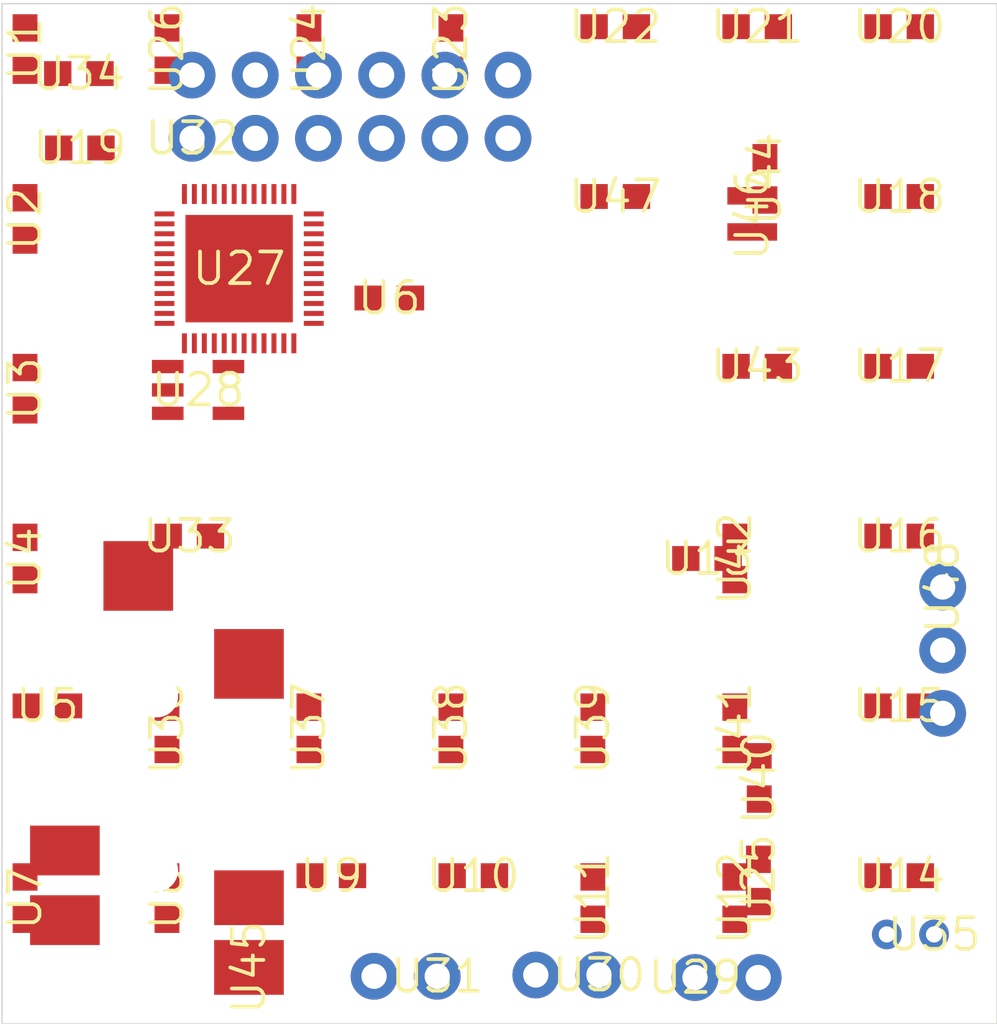
<source format=kicad_pcb>
 ( kicad_pcb  ( version 20171130 )
 ( host pcbnew "(5.1.4-0-10_14)" )
 ( general  ( thickness 1.6 )
 ( drawings 4 )
 ( tracks 0 )
 ( zones 0 )
 ( modules 48 )
 ( nets 55 )
)
 ( page A4 )
 ( layers  ( 0 Top signal )
 ( 31 Bottom signal )
 ( 32 B.Adhes user )
 ( 33 F.Adhes user )
 ( 34 B.Paste user )
 ( 35 F.Paste user )
 ( 36 B.SilkS user )
 ( 37 F.SilkS user )
 ( 38 B.Mask user )
 ( 39 F.Mask user )
 ( 40 Dwgs.User user )
 ( 41 Cmts.User user )
 ( 42 Eco1.User user )
 ( 43 Eco2.User user )
 ( 44 Edge.Cuts user )
 ( 45 Margin user )
 ( 46 B.CrtYd user )
 ( 47 F.CrtYd user )
 ( 48 B.Fab user )
 ( 49 F.Fab user )
)
 ( setup  ( last_trace_width 0.2 )
 ( trace_clearance 0.127 )
 ( zone_clearance 0.508 )
 ( zone_45_only no )
 ( trace_min 0.2 )
 ( via_size 0.554 )
 ( via_drill 0.3 )
 ( via_min_size 0.4 )
 ( via_min_drill 0.3 )
 ( uvia_size 0.3 )
 ( uvia_drill 0.1 )
 ( uvias_allowed yes )
 ( uvia_min_size 0.2 )
 ( uvia_min_drill 0.1 )
 ( edge_width 0.05 )
 ( segment_width 0.2 )
 ( pcb_text_width 0.3 )
 ( pcb_text_size 1.5 1.5 )
 ( mod_edge_width 0.12 )
 ( mod_text_size 1 1 )
 ( mod_text_width 0.15 )
 ( pad_size 1.524 1.524 )
 ( pad_drill 0.762 )
 ( pad_to_mask_clearance 0.051 )
 ( solder_mask_min_width 0.25 )
 ( aux_axis_origin 0 0 )
 ( visible_elements 7FFFFFFF )
 ( pcbplotparams  ( layerselection 0x010fc_ffffffff )
 ( usegerberextensions false )
 ( usegerberattributes false )
 ( usegerberadvancedattributes false )
 ( creategerberjobfile false )
 ( excludeedgelayer true )
 ( linewidth 0.100000 )
 ( plotframeref false )
 ( viasonmask false )
 ( mode 1 )
 ( useauxorigin false )
 ( hpglpennumber 1 )
 ( hpglpenspeed 20 )
 ( hpglpendiameter 15.000000 )
 ( psnegative false )
 ( psa4output false )
 ( plotreference true )
 ( plotvalue true )
 ( plotinvisibletext false )
 ( padsonsilk false )
 ( subtractmaskfromsilk false )
 ( outputformat 1 )
 ( mirror false )
 ( drillshape 1 )
 ( scaleselection 1 )
 ( outputdirectory "" )
)
)
 ( net 0 "" )
 ( net 1 GND )
 ( net 2 3.3V )
 ( net 3 5V )
 ( net 4 /SPKVDD )
 ( net 5 /SPOLN )
 ( net 6 "Net-(C20-Pad2)" )
 ( net 7 /SPORP )
 ( net 8 /SPORN )
 ( net 9 "Net-(IC1-Pad42)" )
 ( net 10 /XAUDIO_IRQ )
 ( net 11 /XAUDIO_SDA )
 ( net 12 /XADUIO_SCL )
 ( net 13 /XAUDIO_I2S0_MCLK )
 ( net 14 /XADUIO_I2S0_BCLK )
 ( net 15 /XADUIO_I2S0_LRCKL )
 ( net 16 /XAUDIO_I2S0_DIN )
 ( net 17 /XAUDIO_I2S0_DOUT )
 ( net 18 "Net-(IC1-Pad33)" )
 ( net 19 "Net-(IC1-Pad32)" )
 ( net 20 "Net-(IC1-Pad31)" )
 ( net 21 "Net-(IC1-Pad30)" )
 ( net 22 /3.3VDD )
 ( net 23 "Net-(C22-Pad2)" )
 ( net 24 "Net-(C14-Pad1)" )
 ( net 25 "Net-(C16-Pad2)" )
 ( net 26 "Net-(C16-Pad1)" )
 ( net 27 "Net-(C15-Pad1)" )
 ( net 28 "Net-(C15-Pad2)" )
 ( net 29 /1.8VDD )
 ( net 30 "Net-(C2-Pad1)" )
 ( net 31 /HPOR )
 ( net 32 /HPOL )
 ( net 33 /CPVREF )
 ( net 34 "Net-(C17-Pad2)" )
 ( net 35 /LOUTR )
 ( net 36 /LOUTL )
 ( net 37 "Net-(C24-Pad2)" )
 ( net 38 "Net-(C19-Pad2)" )
 ( net 39 "Net-(C18-Pad2)" )
 ( net 40 "Net-(C6-Pad2)" )
 ( net 41 /IN1P )
 ( net 42 "Net-(C21-Pad2)" )
 ( net 43 /MICBIAS1 )
 ( net 44 /SPOLP )
 ( net 45 /IN2P )
 ( net 46 "Net-(U1-Pad6)" )
 ( net 47 "Net-(R10-Pad2)" )
 ( net 48 "Net-(C8-Pad2)" )
 ( net 49 "Net-(C7-Pad2)" )
 ( net 50 "Net-(J4-Pad9)" )
 ( net 51 "Net-(C7-Pad1)" )
 ( net 52 "Net-(C8-Pad1)" )
 ( net 53 "Net-(IC2-Pad5)" )
 ( net 54 "Net-(IC2-Pad3)" )
 ( net_class Default "This is the default net class."  ( clearance 0.127 )
 ( trace_width 0.2 )
 ( via_dia 0.554 )
 ( via_drill 0.3 )
 ( uvia_dia 0.3 )
 ( uvia_drill 0.1 )
 ( add_net /1.8VDD )
 ( add_net /CPVREF )
 ( add_net /HPOL )
 ( add_net /HPOR )
 ( add_net /IN1P )
 ( add_net /IN2P )
 ( add_net /LOUTL )
 ( add_net /LOUTR )
 ( add_net /MICBIAS1 )
 ( add_net /SPKVDD )
 ( add_net /SPOLN )
 ( add_net /SPOLP )
 ( add_net /SPORN )
 ( add_net /SPORP )
 ( add_net /XADUIO_I2S0_BCLK )
 ( add_net /XADUIO_I2S0_LRCKL )
 ( add_net /XADUIO_SCL )
 ( add_net /XAUDIO_I2S0_DIN )
 ( add_net /XAUDIO_I2S0_DOUT )
 ( add_net /XAUDIO_I2S0_MCLK )
 ( add_net /XAUDIO_IRQ )
 ( add_net /XAUDIO_SDA )
 ( add_net GND )
 ( add_net "Net-(C14-Pad1)" )
 ( add_net "Net-(C15-Pad1)" )
 ( add_net "Net-(C15-Pad2)" )
 ( add_net "Net-(C16-Pad1)" )
 ( add_net "Net-(C16-Pad2)" )
 ( add_net "Net-(C17-Pad2)" )
 ( add_net "Net-(C18-Pad2)" )
 ( add_net "Net-(C19-Pad2)" )
 ( add_net "Net-(C2-Pad1)" )
 ( add_net "Net-(C20-Pad2)" )
 ( add_net "Net-(C21-Pad2)" )
 ( add_net "Net-(C22-Pad2)" )
 ( add_net "Net-(C24-Pad2)" )
 ( add_net "Net-(C6-Pad2)" )
 ( add_net "Net-(C7-Pad1)" )
 ( add_net "Net-(C7-Pad2)" )
 ( add_net "Net-(C8-Pad1)" )
 ( add_net "Net-(C8-Pad2)" )
 ( add_net "Net-(IC1-Pad30)" )
 ( add_net "Net-(IC1-Pad31)" )
 ( add_net "Net-(IC1-Pad32)" )
 ( add_net "Net-(IC1-Pad33)" )
 ( add_net "Net-(IC1-Pad42)" )
 ( add_net "Net-(IC2-Pad3)" )
 ( add_net "Net-(IC2-Pad5)" )
 ( add_net "Net-(J4-Pad9)" )
 ( add_net "Net-(R10-Pad2)" )
 ( add_net "Net-(U1-Pad6)" )
)
 ( net_class Power ""  ( clearance 0.127 )
 ( trace_width 0.4064 )
 ( via_dia 0.554 )
 ( via_drill 0.3 )
 ( uvia_dia 0.3 )
 ( uvia_drill 0.1 )
 ( add_net /3.3VDD )
 ( add_net 3.3V )
 ( add_net 5V )
)
 ( module audioCodec:1X03 locked  ( layer Top )
 ( tedit 5DCE0BB7 )
 ( tstamp 5DC8CA2A )
 ( at 166.317600 110.488400 270.000000 )
 ( descr "<h3>Plated Through Hole - 3 Pin</h3>\n<p>Specifications:\n<ul><li>Pin count:3</li>\n<li>Pin pitch:0.1\"</li>\n</ul></p>\n<p>Example device(s):\n<ul><li>CONN_03</li>\n</ul></p>" )
 ( path /DE6A6B17 )
 ( fp_text reference U48  ( at -2.54 0 270 )
 ( layer F.SilkS )
 ( effects  ( font  ( size 1.27 1.27 )
 ( thickness 0.15 )
)
)
)
 ( fp_text value ""  ( at -2.54 0 270 )
 ( layer F.SilkS )
 ( effects  ( font  ( size 1.27 1.27 )
 ( thickness 0.15 )
)
)
)
 ( fp_poly  ( pts  ( xy -3.94 -1.4 )
 ( xy 3.96 -1.4 )
 ( xy 3.96 1.4 )
 ( xy -3.94 1.4 )
)
 ( layer F.CrtYd )
 ( width 0.1 )
)
 ( fp_poly  ( pts  ( xy -3.94 -1.4 )
 ( xy 3.96 -1.4 )
 ( xy 3.96 1.4 )
 ( xy -3.94 1.4 )
)
 ( layer B.CrtYd )
 ( width 0.1 )
)
 ( pad 3 thru_hole circle  ( at 2.54 0 )
 ( size 1.8796 1.8796 )
 ( drill 1.016 )
 ( layers *.Cu *.Mask )
 ( net 45 /IN2P )
 ( solder_mask_margin 0.0635 )
)
 ( pad 2 thru_hole circle  ( at 0 0 )
 ( size 1.8796 1.8796 )
 ( drill 1.016 )
 ( layers *.Cu *.Mask )
 ( net 1 GND )
 ( solder_mask_margin 0.0635 )
)
 ( pad 1 thru_hole circle  ( at -2.54 0 )
 ( size 1.8796 1.8796 )
 ( drill 1.016 )
 ( layers *.Cu *.Mask )
 ( net 22 /3.3VDD )
 ( solder_mask_margin 0.0635 )
)
)
 ( module audioCodec:SJ-43514-SMT-TR locked  ( layer Top )
 ( tedit 5DCE1AC1 )
 ( tstamp 5DC8C9F1 )
 ( at 134.618400 115.619200 90.000000 )
 ( descr "<b>SJ-43514-SMT-TR</b><br>\n" )
 ( path /94FABF20 )
 ( fp_text reference U45  ( at -7.62 3.81 90 )
 ( layer F.SilkS )
 ( effects  ( font  ( size 1.27 1.27 )
 ( thickness 0.15 )
)
)
)
 ( fp_text value ""  ( at -7.62 3.81 90 )
 ( layer F.SilkS )
 ( effects  ( font  ( size 1.27 1.27 )
 ( thickness 0.15 )
)
)
)
 ( fp_poly  ( pts  ( xy -9.82 -4.19 )
 ( xy 7.38 -4.19 )
 ( xy 7.38 3.91 )
 ( xy -9.82 3.91 )
)
 ( layer F.CrtYd )
 ( width 0.1 )
)
 ( pad "" np_thru_hole circle  ( at -3.72 0.11 90 )
 ( size 1.7 1.7 )
 ( drill 1.7 )
 ( layers *.Cu *.Mask )
)
 ( pad "" np_thru_hole circle  ( at 3.28 0.11 90 )
 ( size 1.7 1.7 )
 ( drill 1.7 )
 ( layers *.Cu *.Mask )
)
 ( pad 6 smd rect  ( at -5.72 -3.59 180.000000 )
 ( size 2.8 2 )
 ( layers Top F.Mask F.Paste )
 ( net 46 "Net-(U1-Pad6)" )
 ( solder_mask_margin 0.0635 )
)
 ( pad 5 smd rect  ( at 8.115 -0.64 90.000000 )
 ( size 2.8 2.8 )
 ( layers Top F.Mask F.Paste )
 ( net 47 "Net-(R10-Pad2)" )
 ( solder_mask_margin 0.0635 )
)
 ( pad 4 smd rect  ( at -4.82 3.81 180.000000 )
 ( size 2.8 2.2 )
 ( layers Top F.Mask F.Paste )
 ( net 1 GND )
 ( solder_mask_margin 0.0635 )
)
 ( pad 3 smd rect  ( at -2.92 -3.59 180.000000 )
 ( size 2.8 2 )
 ( layers Top F.Mask F.Paste )
 ( net 31 /HPOR )
 ( solder_mask_margin 0.0635 )
)
 ( pad 2 smd rect  ( at 4.58 3.81 90.000000 )
 ( size 2.8 2.8 )
 ( layers Top F.Mask F.Paste )
 ( net 32 /HPOL )
 ( solder_mask_margin 0.0635 )
)
 ( pad 1 smd rect  ( at -7.62 3.81 180.000000 )
 ( size 2.8 2.2 )
 ( layers Top F.Mask F.Paste )
 ( net 41 /IN1P )
 ( solder_mask_margin 0.0635 )
)
)
 ( module audioCodec:1X02 locked  ( layer Top )
 ( tedit 5DCE1F6D )
 ( tstamp 5DC8C8DF )
 ( at 144.727600 123.594800 180.000000 )
 ( descr "<h3>Plated Through Hole</h3>\n<p>Specifications:\n<ul><li>Pin count:2</li>\n<li>Pin pitch:0.1\"</li>\n</ul></p>\n<p>Example device(s):\n<ul><li>CONN_02</li>\n</ul></p>" )
 ( path /B665FDA9 )
 ( fp_text reference U31  ( at -1.27 0 180 )
 ( layer F.SilkS )
 ( effects  ( font  ( size 1.27 1.27 )
 ( thickness 0.15 )
)
)
)
 ( fp_text value ""  ( at -1.27 0 180 )
 ( layer F.SilkS )
 ( effects  ( font  ( size 1.27 1.27 )
 ( thickness 0.15 )
)
)
)
 ( fp_poly  ( pts  ( xy -2.77 -1.2 )
 ( xy 2.63 -1.2 )
 ( xy 2.63 1.3 )
 ( xy -2.77 1.3 )
)
 ( layer B.CrtYd )
 ( width 0.1 )
)
 ( fp_poly  ( pts  ( xy -2.77 -1.2 )
 ( xy 2.63 -1.2 )
 ( xy 2.63 1.3 )
 ( xy -2.77 1.3 )
)
 ( layer F.CrtYd )
 ( width 0.1 )
)
 ( pad 2 thru_hole circle  ( at 1.27 0 270.000000 )
 ( size 1.8796 1.8796 )
 ( drill 1.016 )
 ( layers *.Cu *.Mask )
 ( net 8 /SPORN )
 ( solder_mask_margin 0.0635 )
)
 ( pad 1 thru_hole circle  ( at -1.27 0 270.000000 )
 ( size 1.8796 1.8796 )
 ( drill 1.016 )
 ( layers *.Cu *.Mask )
 ( net 7 /SPORP )
 ( solder_mask_margin 0.0635 )
)
)
 ( module audioCodec:1X02 locked  ( layer Top )
 ( tedit 5DCE1F6D )
 ( tstamp 5DC8C8CA )
 ( at 151.230000 123.544000 180.000000 )
 ( descr "<h3>Plated Through Hole</h3>\n<p>Specifications:\n<ul><li>Pin count:2</li>\n<li>Pin pitch:0.1\"</li>\n</ul></p>\n<p>Example device(s):\n<ul><li>CONN_02</li>\n</ul></p>" )
 ( path /C3E76336 )
 ( fp_text reference U30  ( at -1.27 0 180 )
 ( layer F.SilkS )
 ( effects  ( font  ( size 1.27 1.27 )
 ( thickness 0.15 )
)
)
)
 ( fp_text value ""  ( at -1.27 0 180 )
 ( layer F.SilkS )
 ( effects  ( font  ( size 1.27 1.27 )
 ( thickness 0.15 )
)
)
)
 ( fp_poly  ( pts  ( xy -2.77 -1.2 )
 ( xy 2.63 -1.2 )
 ( xy 2.63 1.3 )
 ( xy -2.77 1.3 )
)
 ( layer B.CrtYd )
 ( width 0.1 )
)
 ( fp_poly  ( pts  ( xy -2.77 -1.2 )
 ( xy 2.63 -1.2 )
 ( xy 2.63 1.3 )
 ( xy -2.77 1.3 )
)
 ( layer F.CrtYd )
 ( width 0.1 )
)
 ( pad 2 thru_hole circle  ( at 1.27 0 270.000000 )
 ( size 1.8796 1.8796 )
 ( drill 1.016 )
 ( layers *.Cu *.Mask )
 ( net 5 /SPOLN )
 ( solder_mask_margin 0.0635 )
)
 ( pad 1 thru_hole circle  ( at -1.27 0 270.000000 )
 ( size 1.8796 1.8796 )
 ( drill 1.016 )
 ( layers *.Cu *.Mask )
 ( net 44 /SPOLP )
 ( solder_mask_margin 0.0635 )
)
)
 ( module audioCodec:1X02 locked  ( layer Top )
 ( tedit 5DCE1F6D )
 ( tstamp 5DC8C8B5 )
 ( at 157.630800 123.645600 )
 ( descr "<h3>Plated Through Hole</h3>\n<p>Specifications:\n<ul><li>Pin count:2</li>\n<li>Pin pitch:0.1\"</li>\n</ul></p>\n<p>Example device(s):\n<ul><li>CONN_02</li>\n</ul></p>" )
 ( path /449C7C68 )
 ( fp_text reference U29  ( at -1.27 0 )
 ( layer F.SilkS )
 ( effects  ( font  ( size 1.27 1.27 )
 ( thickness 0.15 )
)
)
)
 ( fp_text value ""  ( at -1.27 0 )
 ( layer F.SilkS )
 ( effects  ( font  ( size 1.27 1.27 )
 ( thickness 0.15 )
)
)
)
 ( fp_poly  ( pts  ( xy -2.77 -1.2 )
 ( xy 2.63 -1.2 )
 ( xy 2.63 1.3 )
 ( xy -2.77 1.3 )
)
 ( layer B.CrtYd )
 ( width 0.1 )
)
 ( fp_poly  ( pts  ( xy -2.77 -1.2 )
 ( xy 2.63 -1.2 )
 ( xy 2.63 1.3 )
 ( xy -2.77 1.3 )
)
 ( layer F.CrtYd )
 ( width 0.1 )
)
 ( pad 2 thru_hole circle  ( at 1.27 0 90.000000 )
 ( size 1.8796 1.8796 )
 ( drill 1.016 )
 ( layers *.Cu *.Mask )
 ( net 48 "Net-(C8-Pad2)" )
 ( solder_mask_margin 0.0635 )
)
 ( pad 1 thru_hole circle  ( at -1.27 0 90.000000 )
 ( size 1.8796 1.8796 )
 ( drill 1.016 )
 ( layers *.Cu *.Mask )
 ( net 49 "Net-(C7-Pad2)" )
 ( solder_mask_margin 0.0635 )
)
)
 ( module audioCodec:2X6 locked  ( layer Top )
 ( tedit 5DCE0C42 )
 ( tstamp 5DC8C8F4 )
 ( at 142.492400 88.644400 )
 ( descr "<h3>Plated Through Hole - 2x6</h3>\n<p>Specifications:\n<ul><li>Pin count:12</li>\n<li>Pin pitch:0.1\"</li>\n</ul></p>\n<p>Example device(s):\n<ul><li>CONN_06x2</li>\n</ul></p>" )
 ( path /CFA44F03 )
 ( fp_text reference U32  ( at -6.35 1.27 )
 ( layer F.SilkS )
 ( effects  ( font  ( size 1.27 1.27 )
 ( thickness 0.15 )
)
)
)
 ( fp_text value ""  ( at -6.35 1.27 )
 ( layer F.SilkS )
 ( effects  ( font  ( size 1.27 1.27 )
 ( thickness 0.15 )
)
)
)
 ( fp_poly  ( pts  ( xy -7.85 -2.73 )
 ( xy 7.75 -2.73 )
 ( xy 7.75 2.67 )
 ( xy -7.85 2.67 )
)
 ( layer B.CrtYd )
 ( width 0.1 )
)
 ( fp_poly  ( pts  ( xy -7.85 -2.73 )
 ( xy 7.75 -2.73 )
 ( xy 7.75 2.67 )
 ( xy -7.85 2.67 )
)
 ( layer F.CrtYd )
 ( width 0.1 )
)
 ( pad 12 thru_hole circle  ( at 6.35 -1.27 )
 ( size 1.8796 1.8796 )
 ( drill 1.016 )
 ( layers *.Cu *.Mask )
 ( net 3 5V )
 ( solder_mask_margin 0.0635 )
)
 ( pad 11 thru_hole circle  ( at 6.35 1.27 )
 ( size 1.8796 1.8796 )
 ( drill 1.016 )
 ( layers *.Cu *.Mask )
 ( net 1 GND )
 ( solder_mask_margin 0.0635 )
)
 ( pad 10 thru_hole circle  ( at 3.81 -1.27 )
 ( size 1.8796 1.8796 )
 ( drill 1.016 )
 ( layers *.Cu *.Mask )
 ( net 10 /XAUDIO_IRQ )
 ( solder_mask_margin 0.0635 )
)
 ( pad 9 thru_hole circle  ( at 3.81 1.27 )
 ( size 1.8796 1.8796 )
 ( drill 1.016 )
 ( layers *.Cu *.Mask )
 ( net 50 "Net-(J4-Pad9)" )
 ( solder_mask_margin 0.0635 )
)
 ( pad 8 thru_hole circle  ( at 1.27 -1.27 )
 ( size 1.8796 1.8796 )
 ( drill 1.016 )
 ( layers *.Cu *.Mask )
 ( net 11 /XAUDIO_SDA )
 ( solder_mask_margin 0.0635 )
)
 ( pad 7 thru_hole circle  ( at 1.27 1.27 )
 ( size 1.8796 1.8796 )
 ( drill 1.016 )
 ( layers *.Cu *.Mask )
 ( net 12 /XADUIO_SCL )
 ( solder_mask_margin 0.0635 )
)
 ( pad 6 thru_hole circle  ( at -1.27 -1.27 )
 ( size 1.8796 1.8796 )
 ( drill 1.016 )
 ( layers *.Cu *.Mask )
 ( net 13 /XAUDIO_I2S0_MCLK )
 ( solder_mask_margin 0.0635 )
)
 ( pad 5 thru_hole circle  ( at -1.27 1.27 )
 ( size 1.8796 1.8796 )
 ( drill 1.016 )
 ( layers *.Cu *.Mask )
 ( net 14 /XADUIO_I2S0_BCLK )
 ( solder_mask_margin 0.0635 )
)
 ( pad 4 thru_hole circle  ( at -3.81 -1.27 )
 ( size 1.8796 1.8796 )
 ( drill 1.016 )
 ( layers *.Cu *.Mask )
 ( net 16 /XAUDIO_I2S0_DIN )
 ( solder_mask_margin 0.0635 )
)
 ( pad 3 thru_hole circle  ( at -3.81 1.27 )
 ( size 1.8796 1.8796 )
 ( drill 1.016 )
 ( layers *.Cu *.Mask )
 ( net 17 /XAUDIO_I2S0_DOUT )
 ( solder_mask_margin 0.0635 )
)
 ( pad 2 thru_hole circle  ( at -6.35 -1.27 )
 ( size 1.8796 1.8796 )
 ( drill 1.016 )
 ( layers *.Cu *.Mask )
 ( net 2 3.3V )
 ( solder_mask_margin 0.0635 )
)
 ( pad 1 thru_hole circle  ( at -6.35 1.27 )
 ( size 1.8796 1.8796 )
 ( drill 1.016 )
 ( layers *.Cu *.Mask )
 ( net 15 /XADUIO_I2S0_LRCKL )
 ( solder_mask_margin 0.0635 )
)
)
 ( module audioCodec:0603  ( layer Top )
 ( tedit 5DCE0E90 )
 ( tstamp 5DC8C6E8 )
 ( at 129.426100 86.328600 270.000000 )
 ( descr "<p><b>Generic 1608 (0603) package</b></p>\n<p>0.2mm courtyard excess rounded to nearest 0.05mm.</p>" )
 ( path /5D5D4D2F )
 ( fp_text reference U1  ( at 0 0 270 )
 ( layer F.SilkS )
 ( effects  ( font  ( size 1.27 1.27 )
 ( thickness 0.15 )
)
)
)
 ( fp_text value ""  ( at 0 0 270 )
 ( layer F.SilkS )
 ( effects  ( font  ( size 1.27 1.27 )
 ( thickness 0.15 )
)
)
)
 ( fp_poly  ( pts  ( xy -1.6 -0.7 )
 ( xy 1.6 -0.7 )
 ( xy 1.6 0.7 )
 ( xy -1.6 0.7 )
)
 ( layer F.CrtYd )
 ( width 0.1 )
)
 ( pad 2 smd rect  ( at 0.85 0 270.000000 )
 ( size 1.1 1 )
 ( layers Top F.Mask F.Paste )
 ( net 3 5V )
 ( solder_mask_margin 0.0635 )
)
 ( pad 1 smd rect  ( at -0.85 0 270.000000 )
 ( size 1.1 1 )
 ( layers Top F.Mask F.Paste )
 ( net 1 GND )
 ( solder_mask_margin 0.0635 )
)
)
 ( module audioCodec:0603  ( layer Top )
 ( tedit 5DCE0E90 )
 ( tstamp 5DC8C6F6 )
 ( at 129.426100 93.153600 90.000000 )
 ( descr "<p><b>Generic 1608 (0603) package</b></p>\n<p>0.2mm courtyard excess rounded to nearest 0.05mm.</p>" )
 ( path /D15AE8CB )
 ( fp_text reference U2  ( at 0 0 90 )
 ( layer F.SilkS )
 ( effects  ( font  ( size 1.27 1.27 )
 ( thickness 0.15 )
)
)
)
 ( fp_text value ""  ( at 0 0 90 )
 ( layer F.SilkS )
 ( effects  ( font  ( size 1.27 1.27 )
 ( thickness 0.15 )
)
)
)
 ( fp_poly  ( pts  ( xy -1.6 -0.7 )
 ( xy 1.6 -0.7 )
 ( xy 1.6 0.7 )
 ( xy -1.6 0.7 )
)
 ( layer F.CrtYd )
 ( width 0.1 )
)
 ( pad 2 smd rect  ( at 0.85 0 90.000000 )
 ( size 1.1 1 )
 ( layers Top F.Mask F.Paste )
 ( net 1 GND )
 ( solder_mask_margin 0.0635 )
)
 ( pad 1 smd rect  ( at -0.85 0 90.000000 )
 ( size 1.1 1 )
 ( layers Top F.Mask F.Paste )
 ( net 44 /SPOLP )
 ( solder_mask_margin 0.0635 )
)
)
 ( module audioCodec:0603  ( layer Top )
 ( tedit 5DCE0E90 )
 ( tstamp 5DC8C704 )
 ( at 129.426100 99.978600 90.000000 )
 ( descr "<p><b>Generic 1608 (0603) package</b></p>\n<p>0.2mm courtyard excess rounded to nearest 0.05mm.</p>" )
 ( path /EB363DE9 )
 ( fp_text reference U3  ( at 0 0 90 )
 ( layer F.SilkS )
 ( effects  ( font  ( size 1.27 1.27 )
 ( thickness 0.15 )
)
)
)
 ( fp_text value ""  ( at 0 0 90 )
 ( layer F.SilkS )
 ( effects  ( font  ( size 1.27 1.27 )
 ( thickness 0.15 )
)
)
)
 ( fp_poly  ( pts  ( xy -1.6 -0.7 )
 ( xy 1.6 -0.7 )
 ( xy 1.6 0.7 )
 ( xy -1.6 0.7 )
)
 ( layer F.CrtYd )
 ( width 0.1 )
)
 ( pad 2 smd rect  ( at 0.85 0 90.000000 )
 ( size 1.1 1 )
 ( layers Top F.Mask F.Paste )
 ( net 1 GND )
 ( solder_mask_margin 0.0635 )
)
 ( pad 1 smd rect  ( at -0.85 0 90.000000 )
 ( size 1.1 1 )
 ( layers Top F.Mask F.Paste )
 ( net 8 /SPORN )
 ( solder_mask_margin 0.0635 )
)
)
 ( module audioCodec:0603  ( layer Top )
 ( tedit 5DCE0E90 )
 ( tstamp 5DC8C712 )
 ( at 129.426100 106.803600 90.000000 )
 ( descr "<p><b>Generic 1608 (0603) package</b></p>\n<p>0.2mm courtyard excess rounded to nearest 0.05mm.</p>" )
 ( path /FEEF966F )
 ( fp_text reference U4  ( at 0 0 90 )
 ( layer F.SilkS )
 ( effects  ( font  ( size 1.27 1.27 )
 ( thickness 0.15 )
)
)
)
 ( fp_text value ""  ( at 0 0 90 )
 ( layer F.SilkS )
 ( effects  ( font  ( size 1.27 1.27 )
 ( thickness 0.15 )
)
)
)
 ( fp_poly  ( pts  ( xy -1.6 -0.7 )
 ( xy 1.6 -0.7 )
 ( xy 1.6 0.7 )
 ( xy -1.6 0.7 )
)
 ( layer F.CrtYd )
 ( width 0.1 )
)
 ( pad 2 smd rect  ( at 0.85 0 90.000000 )
 ( size 1.1 1 )
 ( layers Top F.Mask F.Paste )
 ( net 1 GND )
 ( solder_mask_margin 0.0635 )
)
 ( pad 1 smd rect  ( at -0.85 0 90.000000 )
 ( size 1.1 1 )
 ( layers Top F.Mask F.Paste )
 ( net 7 /SPORP )
 ( solder_mask_margin 0.0635 )
)
)
 ( module audioCodec:0603  ( layer Top )
 ( tedit 5DCE0E90 )
 ( tstamp 5DC8C720 )
 ( at 130.326100 112.728600 180.000000 )
 ( descr "<p><b>Generic 1608 (0603) package</b></p>\n<p>0.2mm courtyard excess rounded to nearest 0.05mm.</p>" )
 ( path /DDD5A22D )
 ( fp_text reference U5  ( at 0 0 180 )
 ( layer F.SilkS )
 ( effects  ( font  ( size 1.27 1.27 )
 ( thickness 0.15 )
)
)
)
 ( fp_text value ""  ( at 0 0 180 )
 ( layer F.SilkS )
 ( effects  ( font  ( size 1.27 1.27 )
 ( thickness 0.15 )
)
)
)
 ( fp_poly  ( pts  ( xy -1.6 -0.7 )
 ( xy 1.6 -0.7 )
 ( xy 1.6 0.7 )
 ( xy -1.6 0.7 )
)
 ( layer F.CrtYd )
 ( width 0.1 )
)
 ( pad 2 smd rect  ( at 0.85 0 180.000000 )
 ( size 1.1 1 )
 ( layers Top F.Mask F.Paste )
 ( net 1 GND )
 ( solder_mask_margin 0.0635 )
)
 ( pad 1 smd rect  ( at -0.85 0 180.000000 )
 ( size 1.1 1 )
 ( layers Top F.Mask F.Paste )
 ( net 24 "Net-(C14-Pad1)" )
 ( solder_mask_margin 0.0635 )
)
)
 ( module audioCodec:0603  ( layer Top )
 ( tedit 5DCE0E90 )
 ( tstamp 5DC8C72E )
 ( at 144.071100 96.333600 )
 ( descr "<p><b>Generic 1608 (0603) package</b></p>\n<p>0.2mm courtyard excess rounded to nearest 0.05mm.</p>" )
 ( path /0E2BA473 )
 ( fp_text reference U6  ( at 0 0 )
 ( layer F.SilkS )
 ( effects  ( font  ( size 1.27 1.27 )
 ( thickness 0.15 )
)
)
)
 ( fp_text value ""  ( at 0 0 )
 ( layer F.SilkS )
 ( effects  ( font  ( size 1.27 1.27 )
 ( thickness 0.15 )
)
)
)
 ( fp_poly  ( pts  ( xy -1.6 -0.7 )
 ( xy 1.6 -0.7 )
 ( xy 1.6 0.7 )
 ( xy -1.6 0.7 )
)
 ( layer F.CrtYd )
 ( width 0.1 )
)
 ( pad 2 smd rect  ( at 0.85 0 )
 ( size 1.1 1 )
 ( layers Top F.Mask F.Paste )
 ( net 28 "Net-(C15-Pad2)" )
 ( solder_mask_margin 0.0635 )
)
 ( pad 1 smd rect  ( at -0.85 0 )
 ( size 1.1 1 )
 ( layers Top F.Mask F.Paste )
 ( net 27 "Net-(C15-Pad1)" )
 ( solder_mask_margin 0.0635 )
)
)
 ( module audioCodec:0603  ( layer Top )
 ( tedit 5DCE0E90 )
 ( tstamp 5DC8C73C )
 ( at 129.426100 120.453600 270.000000 )
 ( descr "<p><b>Generic 1608 (0603) package</b></p>\n<p>0.2mm courtyard excess rounded to nearest 0.05mm.</p>" )
 ( path /95990F93 )
 ( fp_text reference U7  ( at 0 0 270 )
 ( layer F.SilkS )
 ( effects  ( font  ( size 1.27 1.27 )
 ( thickness 0.15 )
)
)
)
 ( fp_text value ""  ( at 0 0 270 )
 ( layer F.SilkS )
 ( effects  ( font  ( size 1.27 1.27 )
 ( thickness 0.15 )
)
)
)
 ( fp_poly  ( pts  ( xy -1.6 -0.7 )
 ( xy 1.6 -0.7 )
 ( xy 1.6 0.7 )
 ( xy -1.6 0.7 )
)
 ( layer F.CrtYd )
 ( width 0.1 )
)
 ( pad 2 smd rect  ( at 0.85 0 270.000000 )
 ( size 1.1 1 )
 ( layers Top F.Mask F.Paste )
 ( net 25 "Net-(C16-Pad2)" )
 ( solder_mask_margin 0.0635 )
)
 ( pad 1 smd rect  ( at -0.85 0 270.000000 )
 ( size 1.1 1 )
 ( layers Top F.Mask F.Paste )
 ( net 26 "Net-(C16-Pad1)" )
 ( solder_mask_margin 0.0635 )
)
)
 ( module audioCodec:0603  ( layer Top )
 ( tedit 5DCE0E90 )
 ( tstamp 5DC8C74A )
 ( at 135.133243 120.453600 270.000000 )
 ( descr "<p><b>Generic 1608 (0603) package</b></p>\n<p>0.2mm courtyard excess rounded to nearest 0.05mm.</p>" )
 ( path /B7EEE3FC )
 ( fp_text reference U8  ( at 0 0 270 )
 ( layer F.SilkS )
 ( effects  ( font  ( size 1.27 1.27 )
 ( thickness 0.15 )
)
)
)
 ( fp_text value ""  ( at 0 0 270 )
 ( layer F.SilkS )
 ( effects  ( font  ( size 1.27 1.27 )
 ( thickness 0.15 )
)
)
)
 ( fp_poly  ( pts  ( xy -1.6 -0.7 )
 ( xy 1.6 -0.7 )
 ( xy 1.6 0.7 )
 ( xy -1.6 0.7 )
)
 ( layer F.CrtYd )
 ( width 0.1 )
)
 ( pad 2 smd rect  ( at 0.85 0 270.000000 )
 ( size 1.1 1 )
 ( layers Top F.Mask F.Paste )
 ( net 34 "Net-(C17-Pad2)" )
 ( solder_mask_margin 0.0635 )
)
 ( pad 1 smd rect  ( at -0.85 0 270.000000 )
 ( size 1.1 1 )
 ( layers Top F.Mask F.Paste )
 ( net 1 GND )
 ( solder_mask_margin 0.0635 )
)
)
 ( module audioCodec:0603  ( layer Top )
 ( tedit 5DCE0E90 )
 ( tstamp 5DC8C758 )
 ( at 141.740386 119.553600 180.000000 )
 ( descr "<p><b>Generic 1608 (0603) package</b></p>\n<p>0.2mm courtyard excess rounded to nearest 0.05mm.</p>" )
 ( path /6C5089DC )
 ( fp_text reference U9  ( at 0 0 180 )
 ( layer F.SilkS )
 ( effects  ( font  ( size 1.27 1.27 )
 ( thickness 0.15 )
)
)
)
 ( fp_text value ""  ( at 0 0 180 )
 ( layer F.SilkS )
 ( effects  ( font  ( size 1.27 1.27 )
 ( thickness 0.15 )
)
)
)
 ( fp_poly  ( pts  ( xy -1.6 -0.7 )
 ( xy 1.6 -0.7 )
 ( xy 1.6 0.7 )
 ( xy -1.6 0.7 )
)
 ( layer F.CrtYd )
 ( width 0.1 )
)
 ( pad 2 smd rect  ( at 0.85 0 180.000000 )
 ( size 1.1 1 )
 ( layers Top F.Mask F.Paste )
 ( net 39 "Net-(C18-Pad2)" )
 ( solder_mask_margin 0.0635 )
)
 ( pad 1 smd rect  ( at -0.85 0 180.000000 )
 ( size 1.1 1 )
 ( layers Top F.Mask F.Paste )
 ( net 1 GND )
 ( solder_mask_margin 0.0635 )
)
)
 ( module audioCodec:0603  ( layer Top )
 ( tedit 5DCE0E90 )
 ( tstamp 5DC8C766 )
 ( at 147.447529 119.553600 180.000000 )
 ( descr "<p><b>Generic 1608 (0603) package</b></p>\n<p>0.2mm courtyard excess rounded to nearest 0.05mm.</p>" )
 ( path /C70CFC49 )
 ( fp_text reference U10  ( at 0 0 180 )
 ( layer F.SilkS )
 ( effects  ( font  ( size 1.27 1.27 )
 ( thickness 0.15 )
)
)
)
 ( fp_text value ""  ( at 0 0 180 )
 ( layer F.SilkS )
 ( effects  ( font  ( size 1.27 1.27 )
 ( thickness 0.15 )
)
)
)
 ( fp_poly  ( pts  ( xy -1.6 -0.7 )
 ( xy 1.6 -0.7 )
 ( xy 1.6 0.7 )
 ( xy -1.6 0.7 )
)
 ( layer F.CrtYd )
 ( width 0.1 )
)
 ( pad 2 smd rect  ( at 0.85 0 180.000000 )
 ( size 1.1 1 )
 ( layers Top F.Mask F.Paste )
 ( net 38 "Net-(C19-Pad2)" )
 ( solder_mask_margin 0.0635 )
)
 ( pad 1 smd rect  ( at -0.85 0 180.000000 )
 ( size 1.1 1 )
 ( layers Top F.Mask F.Paste )
 ( net 1 GND )
 ( solder_mask_margin 0.0635 )
)
)
 ( module audioCodec:0603  ( layer Top )
 ( tedit 5DCE0E90 )
 ( tstamp 5DC8C774 )
 ( at 152.254671 120.453600 90.000000 )
 ( descr "<p><b>Generic 1608 (0603) package</b></p>\n<p>0.2mm courtyard excess rounded to nearest 0.05mm.</p>" )
 ( path /00AD4B43 )
 ( fp_text reference U11  ( at 0 0 90 )
 ( layer F.SilkS )
 ( effects  ( font  ( size 1.27 1.27 )
 ( thickness 0.15 )
)
)
)
 ( fp_text value ""  ( at 0 0 90 )
 ( layer F.SilkS )
 ( effects  ( font  ( size 1.27 1.27 )
 ( thickness 0.15 )
)
)
)
 ( fp_poly  ( pts  ( xy -1.6 -0.7 )
 ( xy 1.6 -0.7 )
 ( xy 1.6 0.7 )
 ( xy -1.6 0.7 )
)
 ( layer F.CrtYd )
 ( width 0.1 )
)
 ( pad 2 smd rect  ( at 0.85 0 90.000000 )
 ( size 1.1 1 )
 ( layers Top F.Mask F.Paste )
 ( net 1 GND )
 ( solder_mask_margin 0.0635 )
)
 ( pad 1 smd rect  ( at -0.85 0 90.000000 )
 ( size 1.1 1 )
 ( layers Top F.Mask F.Paste )
 ( net 30 "Net-(C2-Pad1)" )
 ( solder_mask_margin 0.0635 )
)
)
 ( module audioCodec:0603  ( layer Top )
 ( tedit 5DCE0E90 )
 ( tstamp 5DC8C782 )
 ( at 157.961814 120.453600 90.000000 )
 ( descr "<p><b>Generic 1608 (0603) package</b></p>\n<p>0.2mm courtyard excess rounded to nearest 0.05mm.</p>" )
 ( path /101F579F )
 ( fp_text reference U12  ( at 0 0 90 )
 ( layer F.SilkS )
 ( effects  ( font  ( size 1.27 1.27 )
 ( thickness 0.15 )
)
)
)
 ( fp_text value ""  ( at 0 0 90 )
 ( layer F.SilkS )
 ( effects  ( font  ( size 1.27 1.27 )
 ( thickness 0.15 )
)
)
)
 ( fp_poly  ( pts  ( xy -1.6 -0.7 )
 ( xy 1.6 -0.7 )
 ( xy 1.6 0.7 )
 ( xy -1.6 0.7 )
)
 ( layer F.CrtYd )
 ( width 0.1 )
)
 ( pad 2 smd rect  ( at 0.85 0 90.000000 )
 ( size 1.1 1 )
 ( layers Top F.Mask F.Paste )
 ( net 6 "Net-(C20-Pad2)" )
 ( solder_mask_margin 0.0635 )
)
 ( pad 1 smd rect  ( at -0.85 0 90.000000 )
 ( size 1.1 1 )
 ( layers Top F.Mask F.Paste )
 ( net 1 GND )
 ( solder_mask_margin 0.0635 )
)
)
 ( module audioCodec:0603  ( layer Top )
 ( tedit 5DCE0E90 )
 ( tstamp 5DC8C790 )
 ( at 156.841100 106.803600 180.000000 )
 ( descr "<p><b>Generic 1608 (0603) package</b></p>\n<p>0.2mm courtyard excess rounded to nearest 0.05mm.</p>" )
 ( path /E0E06E0F )
 ( fp_text reference U13  ( at 0 0 180 )
 ( layer F.SilkS )
 ( effects  ( font  ( size 1.27 1.27 )
 ( thickness 0.15 )
)
)
)
 ( fp_text value ""  ( at 0 0 180 )
 ( layer F.SilkS )
 ( effects  ( font  ( size 1.27 1.27 )
 ( thickness 0.15 )
)
)
)
 ( fp_poly  ( pts  ( xy -1.6 -0.7 )
 ( xy 1.6 -0.7 )
 ( xy 1.6 0.7 )
 ( xy -1.6 0.7 )
)
 ( layer F.CrtYd )
 ( width 0.1 )
)
 ( pad 2 smd rect  ( at 0.85 0 180.000000 )
 ( size 1.1 1 )
 ( layers Top F.Mask F.Paste )
 ( net 42 "Net-(C21-Pad2)" )
 ( solder_mask_margin 0.0635 )
)
 ( pad 1 smd rect  ( at -0.85 0 180.000000 )
 ( size 1.1 1 )
 ( layers Top F.Mask F.Paste )
 ( net 1 GND )
 ( solder_mask_margin 0.0635 )
)
)
 ( module audioCodec:0603  ( layer Top )
 ( tedit 5DCE0E90 )
 ( tstamp 5DC8C79E )
 ( at 164.568957 119.553600 )
 ( descr "<p><b>Generic 1608 (0603) package</b></p>\n<p>0.2mm courtyard excess rounded to nearest 0.05mm.</p>" )
 ( path /CDD814CC )
 ( fp_text reference U14  ( at 0 0 )
 ( layer F.SilkS )
 ( effects  ( font  ( size 1.27 1.27 )
 ( thickness 0.15 )
)
)
)
 ( fp_text value ""  ( at 0 0 )
 ( layer F.SilkS )
 ( effects  ( font  ( size 1.27 1.27 )
 ( thickness 0.15 )
)
)
)
 ( fp_poly  ( pts  ( xy -1.6 -0.7 )
 ( xy 1.6 -0.7 )
 ( xy 1.6 0.7 )
 ( xy -1.6 0.7 )
)
 ( layer F.CrtYd )
 ( width 0.1 )
)
 ( pad 2 smd rect  ( at 0.85 0 )
 ( size 1.1 1 )
 ( layers Top F.Mask F.Paste )
 ( net 23 "Net-(C22-Pad2)" )
 ( solder_mask_margin 0.0635 )
)
 ( pad 1 smd rect  ( at -0.85 0 )
 ( size 1.1 1 )
 ( layers Top F.Mask F.Paste )
 ( net 1 GND )
 ( solder_mask_margin 0.0635 )
)
)
 ( module audioCodec:0603  ( layer Top )
 ( tedit 5DCE0E90 )
 ( tstamp 5DC8C7AC )
 ( at 164.568957 112.728600 180.000000 )
 ( descr "<p><b>Generic 1608 (0603) package</b></p>\n<p>0.2mm courtyard excess rounded to nearest 0.05mm.</p>" )
 ( path /FE2E0BD7 )
 ( fp_text reference U15  ( at 0 0 180 )
 ( layer F.SilkS )
 ( effects  ( font  ( size 1.27 1.27 )
 ( thickness 0.15 )
)
)
)
 ( fp_text value ""  ( at 0 0 180 )
 ( layer F.SilkS )
 ( effects  ( font  ( size 1.27 1.27 )
 ( thickness 0.15 )
)
)
)
 ( fp_poly  ( pts  ( xy -1.6 -0.7 )
 ( xy 1.6 -0.7 )
 ( xy 1.6 0.7 )
 ( xy -1.6 0.7 )
)
 ( layer F.CrtYd )
 ( width 0.1 )
)
 ( pad 2 smd rect  ( at 0.85 0 180.000000 )
 ( size 1.1 1 )
 ( layers Top F.Mask F.Paste )
 ( net 43 /MICBIAS1 )
 ( solder_mask_margin 0.0635 )
)
 ( pad 1 smd rect  ( at -0.85 0 180.000000 )
 ( size 1.1 1 )
 ( layers Top F.Mask F.Paste )
 ( net 1 GND )
 ( solder_mask_margin 0.0635 )
)
)
 ( module audioCodec:0603  ( layer Top )
 ( tedit 5DCE0E90 )
 ( tstamp 5DC8C7BA )
 ( at 164.568957 105.903600 180.000000 )
 ( descr "<p><b>Generic 1608 (0603) package</b></p>\n<p>0.2mm courtyard excess rounded to nearest 0.05mm.</p>" )
 ( path /B61CC9C1 )
 ( fp_text reference U16  ( at 0 0 180 )
 ( layer F.SilkS )
 ( effects  ( font  ( size 1.27 1.27 )
 ( thickness 0.15 )
)
)
)
 ( fp_text value ""  ( at 0 0 180 )
 ( layer F.SilkS )
 ( effects  ( font  ( size 1.27 1.27 )
 ( thickness 0.15 )
)
)
)
 ( fp_poly  ( pts  ( xy -1.6 -0.7 )
 ( xy 1.6 -0.7 )
 ( xy 1.6 0.7 )
 ( xy -1.6 0.7 )
)
 ( layer F.CrtYd )
 ( width 0.1 )
)
 ( pad 2 smd rect  ( at 0.85 0 180.000000 )
 ( size 1.1 1 )
 ( layers Top F.Mask F.Paste )
 ( net 37 "Net-(C24-Pad2)" )
 ( solder_mask_margin 0.0635 )
)
 ( pad 1 smd rect  ( at -0.85 0 180.000000 )
 ( size 1.1 1 )
 ( layers Top F.Mask F.Paste )
 ( net 45 /IN2P )
 ( solder_mask_margin 0.0635 )
)
)
 ( module audioCodec:0603  ( layer Top )
 ( tedit 5DCE0E90 )
 ( tstamp 5DC8C7C8 )
 ( at 164.568957 99.078600 180.000000 )
 ( descr "<p><b>Generic 1608 (0603) package</b></p>\n<p>0.2mm courtyard excess rounded to nearest 0.05mm.</p>" )
 ( path /B124C205 )
 ( fp_text reference U17  ( at 0 0 180 )
 ( layer F.SilkS )
 ( effects  ( font  ( size 1.27 1.27 )
 ( thickness 0.15 )
)
)
)
 ( fp_text value ""  ( at 0 0 180 )
 ( layer F.SilkS )
 ( effects  ( font  ( size 1.27 1.27 )
 ( thickness 0.15 )
)
)
)
 ( fp_poly  ( pts  ( xy -1.6 -0.7 )
 ( xy 1.6 -0.7 )
 ( xy 1.6 0.7 )
 ( xy -1.6 0.7 )
)
 ( layer F.CrtYd )
 ( width 0.1 )
)
 ( pad 2 smd rect  ( at 0.85 0 180.000000 )
 ( size 1.1 1 )
 ( layers Top F.Mask F.Paste )
 ( net 1 GND )
 ( solder_mask_margin 0.0635 )
)
 ( pad 1 smd rect  ( at -0.85 0 180.000000 )
 ( size 1.1 1 )
 ( layers Top F.Mask F.Paste )
 ( net 4 /SPKVDD )
 ( solder_mask_margin 0.0635 )
)
)
 ( module audioCodec:0603  ( layer Top )
 ( tedit 5DCE0E90 )
 ( tstamp 5DC8C7D6 )
 ( at 164.568957 92.253600 180.000000 )
 ( descr "<p><b>Generic 1608 (0603) package</b></p>\n<p>0.2mm courtyard excess rounded to nearest 0.05mm.</p>" )
 ( path /AB5F11BD )
 ( fp_text reference U18  ( at 0 0 180 )
 ( layer F.SilkS )
 ( effects  ( font  ( size 1.27 1.27 )
 ( thickness 0.15 )
)
)
)
 ( fp_text value ""  ( at 0 0 180 )
 ( layer F.SilkS )
 ( effects  ( font  ( size 1.27 1.27 )
 ( thickness 0.15 )
)
)
)
 ( fp_poly  ( pts  ( xy -1.6 -0.7 )
 ( xy 1.6 -0.7 )
 ( xy 1.6 0.7 )
 ( xy -1.6 0.7 )
)
 ( layer F.CrtYd )
 ( width 0.1 )
)
 ( pad 2 smd rect  ( at 0.85 0 180.000000 )
 ( size 1.1 1 )
 ( layers Top F.Mask F.Paste )
 ( net 1 GND )
 ( solder_mask_margin 0.0635 )
)
 ( pad 1 smd rect  ( at -0.85 0 180.000000 )
 ( size 1.1 1 )
 ( layers Top F.Mask F.Paste )
 ( net 4 /SPKVDD )
 ( solder_mask_margin 0.0635 )
)
)
 ( module audioCodec:0603  ( layer Top )
 ( tedit 5DCE0E90 )
 ( tstamp 5DC8C7E4 )
 ( at 131.631100 90.303600 )
 ( descr "<p><b>Generic 1608 (0603) package</b></p>\n<p>0.2mm courtyard excess rounded to nearest 0.05mm.</p>" )
 ( path /2729CC2A )
 ( fp_text reference U19  ( at 0 0 )
 ( layer F.SilkS )
 ( effects  ( font  ( size 1.27 1.27 )
 ( thickness 0.15 )
)
)
)
 ( fp_text value ""  ( at 0 0 )
 ( layer F.SilkS )
 ( effects  ( font  ( size 1.27 1.27 )
 ( thickness 0.15 )
)
)
)
 ( fp_poly  ( pts  ( xy -1.6 -0.7 )
 ( xy 1.6 -0.7 )
 ( xy 1.6 0.7 )
 ( xy -1.6 0.7 )
)
 ( layer F.CrtYd )
 ( width 0.1 )
)
 ( pad 2 smd rect  ( at 0.85 0 )
 ( size 1.1 1 )
 ( layers Top F.Mask F.Paste )
 ( net 1 GND )
 ( solder_mask_margin 0.0635 )
)
 ( pad 1 smd rect  ( at -0.85 0 )
 ( size 1.1 1 )
 ( layers Top F.Mask F.Paste )
 ( net 22 /3.3VDD )
 ( solder_mask_margin 0.0635 )
)
)
 ( module audioCodec:0603  ( layer Top )
 ( tedit 5DCE0E90 )
 ( tstamp 5DC8C7F2 )
 ( at 164.568957 85.428600 )
 ( descr "<p><b>Generic 1608 (0603) package</b></p>\n<p>0.2mm courtyard excess rounded to nearest 0.05mm.</p>" )
 ( path /0E636C87 )
 ( fp_text reference U20  ( at 0 0 )
 ( layer F.SilkS )
 ( effects  ( font  ( size 1.27 1.27 )
 ( thickness 0.15 )
)
)
)
 ( fp_text value ""  ( at 0 0 )
 ( layer F.SilkS )
 ( effects  ( font  ( size 1.27 1.27 )
 ( thickness 0.15 )
)
)
)
 ( fp_poly  ( pts  ( xy -1.6 -0.7 )
 ( xy 1.6 -0.7 )
 ( xy 1.6 0.7 )
 ( xy -1.6 0.7 )
)
 ( layer F.CrtYd )
 ( width 0.1 )
)
 ( pad 2 smd rect  ( at 0.85 0 )
 ( size 1.1 1 )
 ( layers Top F.Mask F.Paste )
 ( net 1 GND )
 ( solder_mask_margin 0.0635 )
)
 ( pad 1 smd rect  ( at -0.85 0 )
 ( size 1.1 1 )
 ( layers Top F.Mask F.Paste )
 ( net 22 /3.3VDD )
 ( solder_mask_margin 0.0635 )
)
)
 ( module audioCodec:0603  ( layer Top )
 ( tedit 5DCE0E90 )
 ( tstamp 5DC8C800 )
 ( at 158.861814 85.428600 )
 ( descr "<p><b>Generic 1608 (0603) package</b></p>\n<p>0.2mm courtyard excess rounded to nearest 0.05mm.</p>" )
 ( path /C3EA450F )
 ( fp_text reference U21  ( at 0 0 )
 ( layer F.SilkS )
 ( effects  ( font  ( size 1.27 1.27 )
 ( thickness 0.15 )
)
)
)
 ( fp_text value ""  ( at 0 0 )
 ( layer F.SilkS )
 ( effects  ( font  ( size 1.27 1.27 )
 ( thickness 0.15 )
)
)
)
 ( fp_poly  ( pts  ( xy -1.6 -0.7 )
 ( xy 1.6 -0.7 )
 ( xy 1.6 0.7 )
 ( xy -1.6 0.7 )
)
 ( layer F.CrtYd )
 ( width 0.1 )
)
 ( pad 2 smd rect  ( at 0.85 0 )
 ( size 1.1 1 )
 ( layers Top F.Mask F.Paste )
 ( net 1 GND )
 ( solder_mask_margin 0.0635 )
)
 ( pad 1 smd rect  ( at -0.85 0 )
 ( size 1.1 1 )
 ( layers Top F.Mask F.Paste )
 ( net 29 /1.8VDD )
 ( solder_mask_margin 0.0635 )
)
)
 ( module audioCodec:0603  ( layer Top )
 ( tedit 5DCE0E90 )
 ( tstamp 5DC8C80E )
 ( at 153.154671 85.428600 )
 ( descr "<p><b>Generic 1608 (0603) package</b></p>\n<p>0.2mm courtyard excess rounded to nearest 0.05mm.</p>" )
 ( path /03F6E73E )
 ( fp_text reference U22  ( at 0 0 )
 ( layer F.SilkS )
 ( effects  ( font  ( size 1.27 1.27 )
 ( thickness 0.15 )
)
)
)
 ( fp_text value ""  ( at 0 0 )
 ( layer F.SilkS )
 ( effects  ( font  ( size 1.27 1.27 )
 ( thickness 0.15 )
)
)
)
 ( fp_poly  ( pts  ( xy -1.6 -0.7 )
 ( xy 1.6 -0.7 )
 ( xy 1.6 0.7 )
 ( xy -1.6 0.7 )
)
 ( layer F.CrtYd )
 ( width 0.1 )
)
 ( pad 2 smd rect  ( at 0.85 0 )
 ( size 1.1 1 )
 ( layers Top F.Mask F.Paste )
 ( net 1 GND )
 ( solder_mask_margin 0.0635 )
)
 ( pad 1 smd rect  ( at -0.85 0 )
 ( size 1.1 1 )
 ( layers Top F.Mask F.Paste )
 ( net 29 /1.8VDD )
 ( solder_mask_margin 0.0635 )
)
)
 ( module audioCodec:0603  ( layer Top )
 ( tedit 5DCE0E90 )
 ( tstamp 5DC8C81C )
 ( at 146.547529 86.328600 90.000000 )
 ( descr "<p><b>Generic 1608 (0603) package</b></p>\n<p>0.2mm courtyard excess rounded to nearest 0.05mm.</p>" )
 ( path /E0EBCD02 )
 ( fp_text reference U23  ( at 0 0 90 )
 ( layer F.SilkS )
 ( effects  ( font  ( size 1.27 1.27 )
 ( thickness 0.15 )
)
)
)
 ( fp_text value ""  ( at 0 0 90 )
 ( layer F.SilkS )
 ( effects  ( font  ( size 1.27 1.27 )
 ( thickness 0.15 )
)
)
)
 ( fp_poly  ( pts  ( xy -1.6 -0.7 )
 ( xy 1.6 -0.7 )
 ( xy 1.6 0.7 )
 ( xy -1.6 0.7 )
)
 ( layer F.CrtYd )
 ( width 0.1 )
)
 ( pad 2 smd rect  ( at 0.85 0 90.000000 )
 ( size 1.1 1 )
 ( layers Top F.Mask F.Paste )
 ( net 40 "Net-(C6-Pad2)" )
 ( solder_mask_margin 0.0635 )
)
 ( pad 1 smd rect  ( at -0.85 0 90.000000 )
 ( size 1.1 1 )
 ( layers Top F.Mask F.Paste )
 ( net 41 /IN1P )
 ( solder_mask_margin 0.0635 )
)
)
 ( module audioCodec:0603  ( layer Top )
 ( tedit 5DCE0E90 )
 ( tstamp 5DC8C82A )
 ( at 140.840386 86.328600 270.000000 )
 ( descr "<p><b>Generic 1608 (0603) package</b></p>\n<p>0.2mm courtyard excess rounded to nearest 0.05mm.</p>" )
 ( path /092D9240 )
 ( fp_text reference U24  ( at 0 0 270 )
 ( layer F.SilkS )
 ( effects  ( font  ( size 1.27 1.27 )
 ( thickness 0.15 )
)
)
)
 ( fp_text value ""  ( at 0 0 270 )
 ( layer F.SilkS )
 ( effects  ( font  ( size 1.27 1.27 )
 ( thickness 0.15 )
)
)
)
 ( fp_poly  ( pts  ( xy -1.6 -0.7 )
 ( xy 1.6 -0.7 )
 ( xy 1.6 0.7 )
 ( xy -1.6 0.7 )
)
 ( layer F.CrtYd )
 ( width 0.1 )
)
 ( pad 2 smd rect  ( at 0.85 0 270.000000 )
 ( size 1.1 1 )
 ( layers Top F.Mask F.Paste )
 ( net 49 "Net-(C7-Pad2)" )
 ( solder_mask_margin 0.0635 )
)
 ( pad 1 smd rect  ( at -0.85 0 270.000000 )
 ( size 1.1 1 )
 ( layers Top F.Mask F.Paste )
 ( net 51 "Net-(C7-Pad1)" )
 ( solder_mask_margin 0.0635 )
)
)
 ( module audioCodec:0603  ( layer Top )
 ( tedit 5DCE0E90 )
 ( tstamp 5DC8C838 )
 ( at 158.911100 119.743600 270.000000 )
 ( descr "<p><b>Generic 1608 (0603) package</b></p>\n<p>0.2mm courtyard excess rounded to nearest 0.05mm.</p>" )
 ( path /6F97CAD7 )
 ( fp_text reference U25  ( at 0 0 270 )
 ( layer F.SilkS )
 ( effects  ( font  ( size 1.27 1.27 )
 ( thickness 0.15 )
)
)
)
 ( fp_text value ""  ( at 0 0 270 )
 ( layer F.SilkS )
 ( effects  ( font  ( size 1.27 1.27 )
 ( thickness 0.15 )
)
)
)
 ( fp_poly  ( pts  ( xy -1.6 -0.7 )
 ( xy 1.6 -0.7 )
 ( xy 1.6 0.7 )
 ( xy -1.6 0.7 )
)
 ( layer F.CrtYd )
 ( width 0.1 )
)
 ( pad 2 smd rect  ( at 0.85 0 270.000000 )
 ( size 1.1 1 )
 ( layers Top F.Mask F.Paste )
 ( net 48 "Net-(C8-Pad2)" )
 ( solder_mask_margin 0.0635 )
)
 ( pad 1 smd rect  ( at -0.85 0 270.000000 )
 ( size 1.1 1 )
 ( layers Top F.Mask F.Paste )
 ( net 52 "Net-(C8-Pad1)" )
 ( solder_mask_margin 0.0635 )
)
)
 ( module audioCodec:0603  ( layer Top )
 ( tedit 5DCE0E90 )
 ( tstamp 5DC8C846 )
 ( at 135.133243 86.328600 90.000000 )
 ( descr "<p><b>Generic 1608 (0603) package</b></p>\n<p>0.2mm courtyard excess rounded to nearest 0.05mm.</p>" )
 ( path /4A58C60C )
 ( fp_text reference U26  ( at 0 0 90 )
 ( layer F.SilkS )
 ( effects  ( font  ( size 1.27 1.27 )
 ( thickness 0.15 )
)
)
)
 ( fp_text value ""  ( at 0 0 90 )
 ( layer F.SilkS )
 ( effects  ( font  ( size 1.27 1.27 )
 ( thickness 0.15 )
)
)
)
 ( fp_poly  ( pts  ( xy -1.6 -0.7 )
 ( xy 1.6 -0.7 )
 ( xy 1.6 0.7 )
 ( xy -1.6 0.7 )
)
 ( layer F.CrtYd )
 ( width 0.1 )
)
 ( pad 2 smd rect  ( at 0.85 0 90.000000 )
 ( size 1.1 1 )
 ( layers Top F.Mask F.Paste )
 ( net 1 GND )
 ( solder_mask_margin 0.0635 )
)
 ( pad 1 smd rect  ( at -0.85 0 90.000000 )
 ( size 1.1 1 )
 ( layers Top F.Mask F.Paste )
 ( net 5 /SPOLN )
 ( solder_mask_margin 0.0635 )
)
)
 ( module audioCodec:QFN50P700X700X100-49N  ( layer Top )
 ( tedit 5DCE1066 )
 ( tstamp 5DC8C854 )
 ( at 138.033243 95.153600 180.000000 )
 ( descr "<b>RGZ (S-PVQFN-N48)_4</b><br>\n" )
 ( path /22F7723E )
 ( fp_text reference U27  ( at 0 0 180 )
 ( layer F.SilkS )
 ( effects  ( font  ( size 1.27 1.27 )
 ( thickness 0.15 )
)
)
)
 ( fp_text value ""  ( at 0 0 180 )
 ( layer F.SilkS )
 ( effects  ( font  ( size 1.27 1.27 )
 ( thickness 0.15 )
)
)
)
 ( fp_poly  ( pts  ( xy -3.6 -3.6 )
 ( xy 3.6 -3.6 )
 ( xy 3.6 3.6 )
 ( xy -3.6 3.6 )
)
 ( layer F.CrtYd )
 ( width 0.1 )
)
 ( pad 1 smd rect  ( at -3 -2.2 180.000000 )
 ( size 0.8 0.2 )
 ( layers Top F.Mask F.Paste )
 ( net 44 /SPOLP )
 ( solder_mask_margin 0.0635 )
)
 ( pad 2 smd rect  ( at -3 -1.8 180.000000 )
 ( size 0.8 0.2 )
 ( layers Top F.Mask F.Paste )
 ( net 43 /MICBIAS1 )
 ( solder_mask_margin 0.0635 )
)
 ( pad 3 smd rect  ( at -3 -1.4 180.000000 )
 ( size 0.8 0.2 )
 ( layers Top F.Mask F.Paste )
 ( net 42 "Net-(C21-Pad2)" )
 ( solder_mask_margin 0.0635 )
)
 ( pad 4 smd rect  ( at -3 -1 180.000000 )
 ( size 0.8 0.2 )
 ( layers Top F.Mask F.Paste )
 ( net 41 /IN1P )
 ( solder_mask_margin 0.0635 )
)
 ( pad 5 smd rect  ( at -3 -0.6 180.000000 )
 ( size 0.8 0.2 )
 ( layers Top F.Mask F.Paste )
 ( net 1 GND )
 ( solder_mask_margin 0.0635 )
)
 ( pad 6 smd rect  ( at -3 -0.2 180.000000 )
 ( size 0.8 0.2 )
 ( layers Top F.Mask F.Paste )
 ( net 40 "Net-(C6-Pad2)" )
 ( solder_mask_margin 0.0635 )
)
 ( pad 7 smd rect  ( at -3 0.2 180.000000 )
 ( size 0.8 0.2 )
 ( layers Top F.Mask F.Paste )
 ( net 29 /1.8VDD )
 ( solder_mask_margin 0.0635 )
)
 ( pad 8 smd rect  ( at -3 0.6 180.000000 )
 ( size 0.8 0.2 )
 ( layers Top F.Mask F.Paste )
 ( net 39 "Net-(C18-Pad2)" )
 ( solder_mask_margin 0.0635 )
)
 ( pad 9 smd rect  ( at -3 1 180.000000 )
 ( size 0.8 0.2 )
 ( layers Top F.Mask F.Paste )
 ( net 38 "Net-(C19-Pad2)" )
 ( solder_mask_margin 0.0635 )
)
 ( pad 10 smd rect  ( at -3 1.4 180.000000 )
 ( size 0.8 0.2 )
 ( layers Top F.Mask F.Paste )
 ( net 37 "Net-(C24-Pad2)" )
 ( solder_mask_margin 0.0635 )
)
 ( pad 11 smd rect  ( at -3 1.8 180.000000 )
 ( size 0.8 0.2 )
 ( layers Top F.Mask F.Paste )
 ( net 36 /LOUTL )
 ( solder_mask_margin 0.0635 )
)
 ( pad 12 smd rect  ( at -3 2.2 180.000000 )
 ( size 0.8 0.2 )
 ( layers Top F.Mask F.Paste )
 ( net 35 /LOUTR )
 ( solder_mask_margin 0.0635 )
)
 ( pad 13 smd rect  ( at -2.2 3 270.000000 )
 ( size 0.8 0.2 )
 ( layers Top F.Mask F.Paste )
 ( net 29 /1.8VDD )
 ( solder_mask_margin 0.0635 )
)
 ( pad 14 smd rect  ( at -1.8 3 270.000000 )
 ( size 0.8 0.2 )
 ( layers Top F.Mask F.Paste )
 ( net 34 "Net-(C17-Pad2)" )
 ( solder_mask_margin 0.0635 )
)
 ( pad 15 smd rect  ( at -1.4 3 270.000000 )
 ( size 0.8 0.2 )
 ( layers Top F.Mask F.Paste )
 ( net 1 GND )
 ( solder_mask_margin 0.0635 )
)
 ( pad 16 smd rect  ( at -1 3 270.000000 )
 ( size 0.8 0.2 )
 ( layers Top F.Mask F.Paste )
 ( net 1 GND )
 ( solder_mask_margin 0.0635 )
)
 ( pad 17 smd rect  ( at -0.6 3 270.000000 )
 ( size 0.8 0.2 )
 ( layers Top F.Mask F.Paste )
 ( net 33 /CPVREF )
 ( solder_mask_margin 0.0635 )
)
 ( pad 18 smd rect  ( at -0.2 3 270.000000 )
 ( size 0.8 0.2 )
 ( layers Top F.Mask F.Paste )
 ( net 32 /HPOL )
 ( solder_mask_margin 0.0635 )
)
 ( pad 19 smd rect  ( at 0.2 3 270.000000 )
 ( size 0.8 0.2 )
 ( layers Top F.Mask F.Paste )
 ( net 31 /HPOR )
 ( solder_mask_margin 0.0635 )
)
 ( pad 20 smd rect  ( at 0.6 3 270.000000 )
 ( size 0.8 0.2 )
 ( layers Top F.Mask F.Paste )
 ( net 30 "Net-(C2-Pad1)" )
 ( solder_mask_margin 0.0635 )
)
 ( pad 21 smd rect  ( at 1 3 270.000000 )
 ( size 0.8 0.2 )
 ( layers Top F.Mask F.Paste )
 ( net 29 /1.8VDD )
 ( solder_mask_margin 0.0635 )
)
 ( pad 22 smd rect  ( at 1.4 3 270.000000 )
 ( size 0.8 0.2 )
 ( layers Top F.Mask F.Paste )
 ( net 1 GND )
 ( solder_mask_margin 0.0635 )
)
 ( pad 23 smd rect  ( at 1.8 3 270.000000 )
 ( size 0.8 0.2 )
 ( layers Top F.Mask F.Paste )
 ( net 28 "Net-(C15-Pad2)" )
 ( solder_mask_margin 0.0635 )
)
 ( pad 24 smd rect  ( at 2.2 3 270.000000 )
 ( size 0.8 0.2 )
 ( layers Top F.Mask F.Paste )
 ( net 27 "Net-(C15-Pad1)" )
 ( solder_mask_margin 0.0635 )
)
 ( pad 25 smd rect  ( at 3 2.2 180.000000 )
 ( size 0.8 0.2 )
 ( layers Top F.Mask F.Paste )
 ( net 26 "Net-(C16-Pad1)" )
 ( solder_mask_margin 0.0635 )
)
 ( pad 26 smd rect  ( at 3 1.8 180.000000 )
 ( size 0.8 0.2 )
 ( layers Top F.Mask F.Paste )
 ( net 25 "Net-(C16-Pad2)" )
 ( solder_mask_margin 0.0635 )
)
 ( pad 27 smd rect  ( at 3 1.4 180.000000 )
 ( size 0.8 0.2 )
 ( layers Top F.Mask F.Paste )
 ( net 24 "Net-(C14-Pad1)" )
 ( solder_mask_margin 0.0635 )
)
 ( pad 28 smd rect  ( at 3 1 180.000000 )
 ( size 0.8 0.2 )
 ( layers Top F.Mask F.Paste )
 ( net 23 "Net-(C22-Pad2)" )
 ( solder_mask_margin 0.0635 )
)
 ( pad 29 smd rect  ( at 3 0.6 180.000000 )
 ( size 0.8 0.2 )
 ( layers Top F.Mask F.Paste )
 ( net 22 /3.3VDD )
 ( solder_mask_margin 0.0635 )
)
 ( pad 30 smd rect  ( at 3 0.2 180.000000 )
 ( size 0.8 0.2 )
 ( layers Top F.Mask F.Paste )
 ( net 21 "Net-(IC1-Pad30)" )
 ( solder_mask_margin 0.0635 )
)
 ( pad 31 smd rect  ( at 3 -0.2 180.000000 )
 ( size 0.8 0.2 )
 ( layers Top F.Mask F.Paste )
 ( net 20 "Net-(IC1-Pad31)" )
 ( solder_mask_margin 0.0635 )
)
 ( pad 32 smd rect  ( at 3 -0.6 180.000000 )
 ( size 0.8 0.2 )
 ( layers Top F.Mask F.Paste )
 ( net 19 "Net-(IC1-Pad32)" )
 ( solder_mask_margin 0.0635 )
)
 ( pad 33 smd rect  ( at 3 -1 180.000000 )
 ( size 0.8 0.2 )
 ( layers Top F.Mask F.Paste )
 ( net 18 "Net-(IC1-Pad33)" )
 ( solder_mask_margin 0.0635 )
)
 ( pad 34 smd rect  ( at 3 -1.4 180.000000 )
 ( size 0.8 0.2 )
 ( layers Top F.Mask F.Paste )
 ( net 17 /XAUDIO_I2S0_DOUT )
 ( solder_mask_margin 0.0635 )
)
 ( pad 35 smd rect  ( at 3 -1.8 180.000000 )
 ( size 0.8 0.2 )
 ( layers Top F.Mask F.Paste )
 ( net 16 /XAUDIO_I2S0_DIN )
 ( solder_mask_margin 0.0635 )
)
 ( pad 36 smd rect  ( at 3 -2.2 180.000000 )
 ( size 0.8 0.2 )
 ( layers Top F.Mask F.Paste )
 ( net 15 /XADUIO_I2S0_LRCKL )
 ( solder_mask_margin 0.0635 )
)
 ( pad 37 smd rect  ( at 2.2 -3 270.000000 )
 ( size 0.8 0.2 )
 ( layers Top F.Mask F.Paste )
 ( net 14 /XADUIO_I2S0_BCLK )
 ( solder_mask_margin 0.0635 )
)
 ( pad 38 smd rect  ( at 1.8 -3 270.000000 )
 ( size 0.8 0.2 )
 ( layers Top F.Mask F.Paste )
 ( net 13 /XAUDIO_I2S0_MCLK )
 ( solder_mask_margin 0.0635 )
)
 ( pad 39 smd rect  ( at 1.4 -3 270.000000 )
 ( size 0.8 0.2 )
 ( layers Top F.Mask F.Paste )
 ( net 12 /XADUIO_SCL )
 ( solder_mask_margin 0.0635 )
)
 ( pad 40 smd rect  ( at 1 -3 270.000000 )
 ( size 0.8 0.2 )
 ( layers Top F.Mask F.Paste )
 ( net 11 /XAUDIO_SDA )
 ( solder_mask_margin 0.0635 )
)
 ( pad 41 smd rect  ( at 0.6 -3 270.000000 )
 ( size 0.8 0.2 )
 ( layers Top F.Mask F.Paste )
 ( net 10 /XAUDIO_IRQ )
 ( solder_mask_margin 0.0635 )
)
 ( pad 42 smd rect  ( at 0.2 -3 270.000000 )
 ( size 0.8 0.2 )
 ( layers Top F.Mask F.Paste )
 ( net 9 "Net-(IC1-Pad42)" )
 ( solder_mask_margin 0.0635 )
)
 ( pad 43 smd rect  ( at -0.2 -3 270.000000 )
 ( size 0.8 0.2 )
 ( layers Top F.Mask F.Paste )
 ( net 8 /SPORN )
 ( solder_mask_margin 0.0635 )
)
 ( pad 44 smd rect  ( at -0.6 -3 270.000000 )
 ( size 0.8 0.2 )
 ( layers Top F.Mask F.Paste )
 ( net 4 /SPKVDD )
 ( solder_mask_margin 0.0635 )
)
 ( pad 45 smd rect  ( at -1 -3 270.000000 )
 ( size 0.8 0.2 )
 ( layers Top F.Mask F.Paste )
 ( net 7 /SPORP )
 ( solder_mask_margin 0.0635 )
)
 ( pad 46 smd rect  ( at -1.4 -3 270.000000 )
 ( size 0.8 0.2 )
 ( layers Top F.Mask F.Paste )
 ( net 6 "Net-(C20-Pad2)" )
 ( solder_mask_margin 0.0635 )
)
 ( pad 47 smd rect  ( at -1.8 -3 270.000000 )
 ( size 0.8 0.2 )
 ( layers Top F.Mask F.Paste )
 ( net 5 /SPOLN )
 ( solder_mask_margin 0.0635 )
)
 ( pad 48 smd rect  ( at -2.2 -3 270.000000 )
 ( size 0.8 0.2 )
 ( layers Top F.Mask F.Paste )
 ( net 4 /SPKVDD )
 ( solder_mask_margin 0.0635 )
)
 ( pad 49 smd rect  ( at 0 0 270.000000 )
 ( size 4.318 4.318 )
 ( layers Top F.Mask F.Paste )
 ( net 1 GND )
 ( solder_mask_margin 0.0635 )
)
)
 ( module audioCodec:SOT95P284X122-5N  ( layer Top )
 ( tedit 5DCE1EDB )
 ( tstamp 5DC8C892 )
 ( at 136.383243 100.028600 )
 ( descr "<b>SOT95P284X122-5N</b><br>\n" )
 ( path /BC34DC86 )
 ( fp_text reference U28  ( at 0 0 )
 ( layer F.SilkS )
 ( effects  ( font  ( size 1.27 1.27 )
 ( thickness 0.15 )
)
)
)
 ( fp_text value ""  ( at 0 0 )
 ( layer F.SilkS )
 ( effects  ( font  ( size 1.27 1.27 )
 ( thickness 0.15 )
)
)
)
 ( fp_poly  ( pts  ( xy -2 -1.6 )
 ( xy 1.9 -1.6 )
 ( xy 1.9 1.7 )
 ( xy -2 1.7 )
)
 ( layer F.CrtYd )
 ( width 0.1 )
)
 ( pad 5 smd rect  ( at 1.2192 -0.9398 )
 ( size 1.27 0.5334 )
 ( layers Top F.Mask F.Paste )
 ( net 53 "Net-(IC2-Pad5)" )
 ( solder_mask_margin 0.0635 )
)
 ( pad 4 smd rect  ( at 1.2192 0.9398 )
 ( size 1.27 0.5334 )
 ( layers Top F.Mask F.Paste )
 ( net 29 /1.8VDD )
 ( solder_mask_margin 0.0635 )
)
 ( pad 3 smd rect  ( at -1.2192 0.9398 )
 ( size 1.27 0.5334 )
 ( layers Top F.Mask F.Paste )
 ( net 54 "Net-(IC2-Pad3)" )
 ( solder_mask_margin 0.0635 )
)
 ( pad 2 smd rect  ( at -1.2192 0 )
 ( size 1.27 0.5334 )
 ( layers Top F.Mask F.Paste )
 ( net 1 GND )
 ( solder_mask_margin 0.0635 )
)
 ( pad 1 smd rect  ( at -1.2192 -0.9398 )
 ( size 1.27 0.5334 )
 ( layers Top F.Mask F.Paste )
 ( net 3 5V )
 ( solder_mask_margin 0.0635 )
)
)
 ( module audioCodec:0603  ( layer Top )
 ( tedit 5DCE0E90 )
 ( tstamp 5DC8C942 )
 ( at 136.033243 105.903600 180.000000 )
 ( descr "<p><b>Generic 1608 (0603) package</b></p>\n<p>0.2mm courtyard excess rounded to nearest 0.05mm.</p>" )
 ( path /4A554593 )
 ( fp_text reference U33  ( at 0 0 180 )
 ( layer F.SilkS )
 ( effects  ( font  ( size 1.27 1.27 )
 ( thickness 0.15 )
)
)
)
 ( fp_text value ""  ( at 0 0 180 )
 ( layer F.SilkS )
 ( effects  ( font  ( size 1.27 1.27 )
 ( thickness 0.15 )
)
)
)
 ( fp_poly  ( pts  ( xy -1.6 -0.7 )
 ( xy 1.6 -0.7 )
 ( xy 1.6 0.7 )
 ( xy -1.6 0.7 )
)
 ( layer F.CrtYd )
 ( width 0.1 )
)
 ( pad 2 smd rect  ( at 0.85 0 180.000000 )
 ( size 1.1 1 )
 ( layers Top F.Mask F.Paste )
 ( net 3 5V )
 ( solder_mask_margin 0.0635 )
)
 ( pad 1 smd rect  ( at -0.85 0 180.000000 )
 ( size 1.1 1 )
 ( layers Top F.Mask F.Paste )
 ( net 4 /SPKVDD )
 ( solder_mask_margin 0.0635 )
)
)
 ( module audioCodec:0603  ( layer Top )
 ( tedit 5DCE0E90 )
 ( tstamp 5DC8C950 )
 ( at 131.591100 87.313600 )
 ( descr "<p><b>Generic 1608 (0603) package</b></p>\n<p>0.2mm courtyard excess rounded to nearest 0.05mm.</p>" )
 ( path /04E37900 )
 ( fp_text reference U34  ( at 0 0 )
 ( layer F.SilkS )
 ( effects  ( font  ( size 1.27 1.27 )
 ( thickness 0.15 )
)
)
)
 ( fp_text value ""  ( at 0 0 )
 ( layer F.SilkS )
 ( effects  ( font  ( size 1.27 1.27 )
 ( thickness 0.15 )
)
)
)
 ( fp_poly  ( pts  ( xy -1.6 -0.7 )
 ( xy 1.6 -0.7 )
 ( xy 1.6 0.7 )
 ( xy -1.6 0.7 )
)
 ( layer F.CrtYd )
 ( width 0.1 )
)
 ( pad 2 smd rect  ( at 0.85 0 )
 ( size 1.1 1 )
 ( layers Top F.Mask F.Paste )
 ( net 2 3.3V )
 ( solder_mask_margin 0.0635 )
)
 ( pad 1 smd rect  ( at -0.85 0 )
 ( size 1.1 1 )
 ( layers Top F.Mask F.Paste )
 ( net 22 /3.3VDD )
 ( solder_mask_margin 0.0635 )
)
)
 ( module audioCodec:CMC-2242PBL-A locked  ( layer Top )
 ( tedit 5DCE0F64 )
 ( tstamp 5DC8C95E )
 ( at 165.971100 121.913600 180.000000 )
 ( descr "<b>MO064402-2-1</b><br>\n" )
 ( path /A90C3CFC )
 ( fp_text reference U35  ( at 0 0 180 )
 ( layer F.SilkS )
 ( effects  ( font  ( size 1.27 1.27 )
 ( thickness 0.15 )
)
)
)
 ( fp_text value ""  ( at 0 0 180 )
 ( layer F.SilkS )
 ( effects  ( font  ( size 1.27 1.27 )
 ( thickness 0.15 )
)
)
)
 ( fp_circle  ( center 0.95 0.9 )
 ( end 3.95 0.9 )
 ( layer F.CrtYd )
 ( width 0.12 )
)
 ( pad 2 thru_hole circle  ( at 1.9 0 180.000000 )
 ( size 1.192 1.192 )
 ( drill 0.65 )
 ( layers *.Cu *.Mask )
 ( net 45 /IN2P )
 ( solder_mask_margin 0.0635 )
)
 ( pad 1 thru_hole circle  ( at 0 0 180.000000 )
 ( size 1.192 1.192 )
 ( drill 0.65 )
 ( layers *.Cu *.Mask )
 ( net 1 GND )
 ( solder_mask_margin 0.0635 )
)
)
 ( module audioCodec:0603  ( layer Top )
 ( tedit 5DCE0E90 )
 ( tstamp 5DC8C973 )
 ( at 135.133243 113.628600 90.000000 )
 ( descr "<p><b>Generic 1608 (0603) package</b></p>\n<p>0.2mm courtyard excess rounded to nearest 0.05mm.</p>" )
 ( path /5FC72806 )
 ( fp_text reference U36  ( at 0 0 90 )
 ( layer F.SilkS )
 ( effects  ( font  ( size 1.27 1.27 )
 ( thickness 0.15 )
)
)
)
 ( fp_text value ""  ( at 0 0 90 )
 ( layer F.SilkS )
 ( effects  ( font  ( size 1.27 1.27 )
 ( thickness 0.15 )
)
)
)
 ( fp_poly  ( pts  ( xy -1.6 -0.7 )
 ( xy 1.6 -0.7 )
 ( xy 1.6 0.7 )
 ( xy -1.6 0.7 )
)
 ( layer F.CrtYd )
 ( width 0.1 )
)
 ( pad 2 smd rect  ( at 0.85 0 90.000000 )
 ( size 1.1 1 )
 ( layers Top F.Mask F.Paste )
 ( net 11 /XAUDIO_SDA )
 ( solder_mask_margin 0.0635 )
)
 ( pad 1 smd rect  ( at -0.85 0 90.000000 )
 ( size 1.1 1 )
 ( layers Top F.Mask F.Paste )
 ( net 22 /3.3VDD )
 ( solder_mask_margin 0.0635 )
)
)
 ( module audioCodec:0603  ( layer Top )
 ( tedit 5DCE0E90 )
 ( tstamp 5DC8C981 )
 ( at 140.840386 113.628600 90.000000 )
 ( descr "<p><b>Generic 1608 (0603) package</b></p>\n<p>0.2mm courtyard excess rounded to nearest 0.05mm.</p>" )
 ( path /8EFFCFBB )
 ( fp_text reference U37  ( at 0 0 90 )
 ( layer F.SilkS )
 ( effects  ( font  ( size 1.27 1.27 )
 ( thickness 0.15 )
)
)
)
 ( fp_text value ""  ( at 0 0 90 )
 ( layer F.SilkS )
 ( effects  ( font  ( size 1.27 1.27 )
 ( thickness 0.15 )
)
)
)
 ( fp_poly  ( pts  ( xy -1.6 -0.7 )
 ( xy 1.6 -0.7 )
 ( xy 1.6 0.7 )
 ( xy -1.6 0.7 )
)
 ( layer F.CrtYd )
 ( width 0.1 )
)
 ( pad 2 smd rect  ( at 0.85 0 90.000000 )
 ( size 1.1 1 )
 ( layers Top F.Mask F.Paste )
 ( net 12 /XADUIO_SCL )
 ( solder_mask_margin 0.0635 )
)
 ( pad 1 smd rect  ( at -0.85 0 90.000000 )
 ( size 1.1 1 )
 ( layers Top F.Mask F.Paste )
 ( net 22 /3.3VDD )
 ( solder_mask_margin 0.0635 )
)
)
 ( module audioCodec:0603  ( layer Top )
 ( tedit 5DCE0E90 )
 ( tstamp 5DC8C98F )
 ( at 146.547529 113.628600 90.000000 )
 ( descr "<p><b>Generic 1608 (0603) package</b></p>\n<p>0.2mm courtyard excess rounded to nearest 0.05mm.</p>" )
 ( path /ABABC248 )
 ( fp_text reference U38  ( at 0 0 90 )
 ( layer F.SilkS )
 ( effects  ( font  ( size 1.27 1.27 )
 ( thickness 0.15 )
)
)
)
 ( fp_text value ""  ( at 0 0 90 )
 ( layer F.SilkS )
 ( effects  ( font  ( size 1.27 1.27 )
 ( thickness 0.15 )
)
)
)
 ( fp_poly  ( pts  ( xy -1.6 -0.7 )
 ( xy 1.6 -0.7 )
 ( xy 1.6 0.7 )
 ( xy -1.6 0.7 )
)
 ( layer F.CrtYd )
 ( width 0.1 )
)
 ( pad 2 smd rect  ( at 0.85 0 90.000000 )
 ( size 1.1 1 )
 ( layers Top F.Mask F.Paste )
 ( net 54 "Net-(IC2-Pad3)" )
 ( solder_mask_margin 0.0635 )
)
 ( pad 1 smd rect  ( at -0.85 0 90.000000 )
 ( size 1.1 1 )
 ( layers Top F.Mask F.Paste )
 ( net 3 5V )
 ( solder_mask_margin 0.0635 )
)
)
 ( module audioCodec:0603  ( layer Top )
 ( tedit 5DCE0E90 )
 ( tstamp 5DC8C99D )
 ( at 152.254671 113.628600 270.000000 )
 ( descr "<p><b>Generic 1608 (0603) package</b></p>\n<p>0.2mm courtyard excess rounded to nearest 0.05mm.</p>" )
 ( path /65B6CA22 )
 ( fp_text reference U39  ( at 0 0 270 )
 ( layer F.SilkS )
 ( effects  ( font  ( size 1.27 1.27 )
 ( thickness 0.15 )
)
)
)
 ( fp_text value ""  ( at 0 0 270 )
 ( layer F.SilkS )
 ( effects  ( font  ( size 1.27 1.27 )
 ( thickness 0.15 )
)
)
)
 ( fp_poly  ( pts  ( xy -1.6 -0.7 )
 ( xy 1.6 -0.7 )
 ( xy 1.6 0.7 )
 ( xy -1.6 0.7 )
)
 ( layer F.CrtYd )
 ( width 0.1 )
)
 ( pad 2 smd rect  ( at 0.85 0 270.000000 )
 ( size 1.1 1 )
 ( layers Top F.Mask F.Paste )
 ( net 51 "Net-(C7-Pad1)" )
 ( solder_mask_margin 0.0635 )
)
 ( pad 1 smd rect  ( at -0.85 0 270.000000 )
 ( size 1.1 1 )
 ( layers Top F.Mask F.Paste )
 ( net 36 /LOUTL )
 ( solder_mask_margin 0.0635 )
)
)
 ( module audioCodec:0603  ( layer Top )
 ( tedit 5DCE0E90 )
 ( tstamp 5DC8C9AB )
 ( at 158.941100 115.623600 270.000000 )
 ( descr "<p><b>Generic 1608 (0603) package</b></p>\n<p>0.2mm courtyard excess rounded to nearest 0.05mm.</p>" )
 ( path /15CD18EF )
 ( fp_text reference U40  ( at 0 0 270 )
 ( layer F.SilkS )
 ( effects  ( font  ( size 1.27 1.27 )
 ( thickness 0.15 )
)
)
)
 ( fp_text value ""  ( at 0 0 270 )
 ( layer F.SilkS )
 ( effects  ( font  ( size 1.27 1.27 )
 ( thickness 0.15 )
)
)
)
 ( fp_poly  ( pts  ( xy -1.6 -0.7 )
 ( xy 1.6 -0.7 )
 ( xy 1.6 0.7 )
 ( xy -1.6 0.7 )
)
 ( layer F.CrtYd )
 ( width 0.1 )
)
 ( pad 2 smd rect  ( at 0.85 0 270.000000 )
 ( size 1.1 1 )
 ( layers Top F.Mask F.Paste )
 ( net 52 "Net-(C8-Pad1)" )
 ( solder_mask_margin 0.0635 )
)
 ( pad 1 smd rect  ( at -0.85 0 270.000000 )
 ( size 1.1 1 )
 ( layers Top F.Mask F.Paste )
 ( net 35 /LOUTR )
 ( solder_mask_margin 0.0635 )
)
)
 ( module audioCodec:0603  ( layer Top )
 ( tedit 5DCE0E90 )
 ( tstamp 5DC8C9B9 )
 ( at 157.961814 113.628600 90.000000 )
 ( descr "<p><b>Generic 1608 (0603) package</b></p>\n<p>0.2mm courtyard excess rounded to nearest 0.05mm.</p>" )
 ( path /DCEF0A1B )
 ( fp_text reference U41  ( at 0 0 90 )
 ( layer F.SilkS )
 ( effects  ( font  ( size 1.27 1.27 )
 ( thickness 0.15 )
)
)
)
 ( fp_text value ""  ( at 0 0 90 )
 ( layer F.SilkS )
 ( effects  ( font  ( size 1.27 1.27 )
 ( thickness 0.15 )
)
)
)
 ( fp_poly  ( pts  ( xy -1.6 -0.7 )
 ( xy 1.6 -0.7 )
 ( xy 1.6 0.7 )
 ( xy -1.6 0.7 )
)
 ( layer F.CrtYd )
 ( width 0.1 )
)
 ( pad 2 smd rect  ( at 0.85 0 90.000000 )
 ( size 1.1 1 )
 ( layers Top F.Mask F.Paste )
 ( net 41 /IN1P )
 ( solder_mask_margin 0.0635 )
)
 ( pad 1 smd rect  ( at -0.85 0 90.000000 )
 ( size 1.1 1 )
 ( layers Top F.Mask F.Paste )
 ( net 43 /MICBIAS1 )
 ( solder_mask_margin 0.0635 )
)
)
 ( module audioCodec:0603  ( layer Top )
 ( tedit 5DCE0E90 )
 ( tstamp 5DC8C9C7 )
 ( at 157.961814 106.803600 90.000000 )
 ( descr "<p><b>Generic 1608 (0603) package</b></p>\n<p>0.2mm courtyard excess rounded to nearest 0.05mm.</p>" )
 ( path /D883C6F9 )
 ( fp_text reference U42  ( at 0 0 90 )
 ( layer F.SilkS )
 ( effects  ( font  ( size 1.27 1.27 )
 ( thickness 0.15 )
)
)
)
 ( fp_text value ""  ( at 0 0 90 )
 ( layer F.SilkS )
 ( effects  ( font  ( size 1.27 1.27 )
 ( thickness 0.15 )
)
)
)
 ( fp_poly  ( pts  ( xy -1.6 -0.7 )
 ( xy 1.6 -0.7 )
 ( xy 1.6 0.7 )
 ( xy -1.6 0.7 )
)
 ( layer F.CrtYd )
 ( width 0.1 )
)
 ( pad 2 smd rect  ( at 0.85 0 90.000000 )
 ( size 1.1 1 )
 ( layers Top F.Mask F.Paste )
 ( net 1 GND )
 ( solder_mask_margin 0.0635 )
)
 ( pad 1 smd rect  ( at -0.85 0 90.000000 )
 ( size 1.1 1 )
 ( layers Top F.Mask F.Paste )
 ( net 33 /CPVREF )
 ( solder_mask_margin 0.0635 )
)
)
 ( module audioCodec:0603  ( layer Top )
 ( tedit 5DCE0E90 )
 ( tstamp 5DC8C9D5 )
 ( at 158.861814 99.078600 )
 ( descr "<p><b>Generic 1608 (0603) package</b></p>\n<p>0.2mm courtyard excess rounded to nearest 0.05mm.</p>" )
 ( path /FC3F3F5C )
 ( fp_text reference U43  ( at 0 0 )
 ( layer F.SilkS )
 ( effects  ( font  ( size 1.27 1.27 )
 ( thickness 0.15 )
)
)
)
 ( fp_text value ""  ( at 0 0 )
 ( layer F.SilkS )
 ( effects  ( font  ( size 1.27 1.27 )
 ( thickness 0.15 )
)
)
)
 ( fp_poly  ( pts  ( xy -1.6 -0.7 )
 ( xy 1.6 -0.7 )
 ( xy 1.6 0.7 )
 ( xy -1.6 0.7 )
)
 ( layer F.CrtYd )
 ( width 0.1 )
)
 ( pad 2 smd rect  ( at 0.85 0 )
 ( size 1.1 1 )
 ( layers Top F.Mask F.Paste )
 ( net 45 /IN2P )
 ( solder_mask_margin 0.0635 )
)
 ( pad 1 smd rect  ( at -0.85 0 )
 ( size 1.1 1 )
 ( layers Top F.Mask F.Paste )
 ( net 43 /MICBIAS1 )
 ( solder_mask_margin 0.0635 )
)
)
 ( module audioCodec:0603  ( layer Top )
 ( tedit 5DCE0E90 )
 ( tstamp 5DC8C9E3 )
 ( at 159.171100 91.543600 90.000000 )
 ( descr "<p><b>Generic 1608 (0603) package</b></p>\n<p>0.2mm courtyard excess rounded to nearest 0.05mm.</p>" )
 ( path /1D219127 )
 ( fp_text reference U44  ( at 0 0 90 )
 ( layer F.SilkS )
 ( effects  ( font  ( size 1.27 1.27 )
 ( thickness 0.15 )
)
)
)
 ( fp_text value ""  ( at 0 0 90 )
 ( layer F.SilkS )
 ( effects  ( font  ( size 1.27 1.27 )
 ( thickness 0.15 )
)
)
)
 ( fp_poly  ( pts  ( xy -1.6 -0.7 )
 ( xy 1.6 -0.7 )
 ( xy 1.6 0.7 )
 ( xy -1.6 0.7 )
)
 ( layer F.CrtYd )
 ( width 0.1 )
)
 ( pad 2 smd rect  ( at 0.85 0 90.000000 )
 ( size 1.1 1 )
 ( layers Top F.Mask F.Paste )
 ( net 54 "Net-(IC2-Pad3)" )
 ( solder_mask_margin 0.0635 )
)
 ( pad 1 smd rect  ( at -0.85 0 90.000000 )
 ( size 1.1 1 )
 ( layers Top F.Mask F.Paste )
 ( net 1 GND )
 ( solder_mask_margin 0.0635 )
)
)
 ( module audioCodec:NRH2412T2R2MNGH  ( layer Top )
 ( tedit 5DCE0F94 )
 ( tstamp 5DC8CA0B )
 ( at 158.661814 92.953600 270.000000 )
 ( descr "<b>NRH2412</b><br>\n" )
 ( path /305C58F0 )
 ( fp_text reference U46  ( at 0 0 270 )
 ( layer F.SilkS )
 ( effects  ( font  ( size 1.27 1.27 )
 ( thickness 0.15 )
)
)
)
 ( fp_text value ""  ( at 0 0 270 )
 ( layer F.SilkS )
 ( effects  ( font  ( size 1.27 1.27 )
 ( thickness 0.15 )
)
)
)
 ( fp_poly  ( pts  ( xy -1.4 -1.4 )
 ( xy 1.4 -1.4 )
 ( xy 1.4 1.4 )
 ( xy -1.4 1.4 )
)
 ( layer F.CrtYd )
 ( width 0.1 )
)
 ( pad 2 smd rect  ( at 0.725 0 )
 ( size 2 0.7 )
 ( layers Top F.Mask F.Paste )
 ( net 29 /1.8VDD )
 ( solder_mask_margin 0.0635 )
)
 ( pad 1 smd rect  ( at -0.725 0 )
 ( size 2 0.7 )
 ( layers Top F.Mask F.Paste )
 ( net 53 "Net-(IC2-Pad5)" )
 ( solder_mask_margin 0.0635 )
)
)
 ( module audioCodec:0603  ( layer Top )
 ( tedit 5DCE0E90 )
 ( tstamp 5DC8CA1C )
 ( at 153.154671 92.253600 180.000000 )
 ( descr "<p><b>Generic 1608 (0603) package</b></p>\n<p>0.2mm courtyard excess rounded to nearest 0.05mm.</p>" )
 ( path /F5EBC19C )
 ( fp_text reference U47  ( at 0 0 180 )
 ( layer F.SilkS )
 ( effects  ( font  ( size 1.27 1.27 )
 ( thickness 0.15 )
)
)
)
 ( fp_text value ""  ( at 0 0 180 )
 ( layer F.SilkS )
 ( effects  ( font  ( size 1.27 1.27 )
 ( thickness 0.15 )
)
)
)
 ( fp_poly  ( pts  ( xy -1.6 -0.7 )
 ( xy 1.6 -0.7 )
 ( xy 1.6 0.7 )
 ( xy -1.6 0.7 )
)
 ( layer F.CrtYd )
 ( width 0.1 )
)
 ( pad 2 smd rect  ( at 0.85 0 180.000000 )
 ( size 1.1 1 )
 ( layers Top F.Mask F.Paste )
 ( net 47 "Net-(R10-Pad2)" )
 ( solder_mask_margin 0.0635 )
)
 ( pad 1 smd rect  ( at -0.85 0 180.000000 )
 ( size 1.1 1 )
 ( layers Top F.Mask F.Paste )
 ( net 32 /HPOL )
 ( solder_mask_margin 0.0635 )
)
)
 ( gr_line  ( start 128.5011 125.5036 )
 ( end 168.5011 125.5036 )
 ( layer Edge.Cuts )
 ( width 0.05 )
 ( tstamp DC58A40 )
)
 ( gr_line  ( start 168.5011 125.5036 )
 ( end 168.5011 84.5036 )
 ( layer Edge.Cuts )
 ( width 0.05 )
 ( tstamp DC58860 )
)
 ( gr_line  ( start 168.5011 84.5036 )
 ( end 128.5011 84.5036 )
 ( layer Edge.Cuts )
 ( width 0.05 )
 ( tstamp DC58220 )
)
 ( gr_line  ( start 128.5011 84.5036 )
 ( end 128.5011 125.5036 )
 ( layer Edge.Cuts )
 ( width 0.05 )
 ( tstamp DC59DA0 )
)
)

</source>
